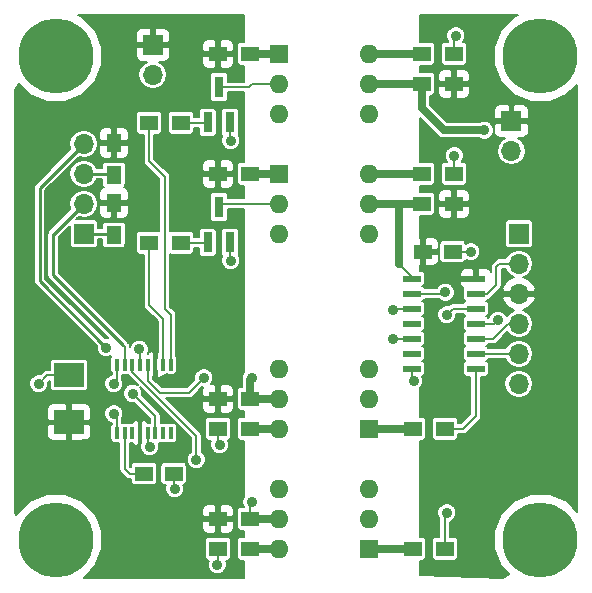
<source format=gbr>
G04 #@! TF.FileFunction,Copper,L1,Top,Signal*
%FSLAX46Y46*%
G04 Gerber Fmt 4.6, Leading zero omitted, Abs format (unit mm)*
G04 Created by KiCad (PCBNEW 4.0.5) date 06/03/17 12:37:47*
%MOMM*%
%LPD*%
G01*
G04 APERTURE LIST*
%ADD10C,0.150000*%
%ADD11R,1.500000X0.600000*%
%ADD12R,1.300000X1.500000*%
%ADD13R,1.500000X1.300000*%
%ADD14C,6.350000*%
%ADD15R,2.500000X2.000000*%
%ADD16R,1.500000X1.250000*%
%ADD17R,1.700000X1.700000*%
%ADD18O,1.700000X1.700000*%
%ADD19R,0.400000X1.000000*%
%ADD20R,1.600000X1.600000*%
%ADD21O,1.600000X1.600000*%
%ADD22R,0.800100X1.800860*%
%ADD23C,0.889000*%
%ADD24C,0.635000*%
%ADD25C,0.203200*%
%ADD26C,0.254000*%
G04 APERTURE END LIST*
D10*
D11*
X34130000Y-22860000D03*
X34130000Y-24130000D03*
X34130000Y-25400000D03*
X34130000Y-26670000D03*
X34130000Y-27940000D03*
X34130000Y-29210000D03*
X34130000Y-30480000D03*
X39530000Y-30480000D03*
X39530000Y-29210000D03*
X39530000Y-27940000D03*
X39530000Y-26670000D03*
X39530000Y-25400000D03*
X39530000Y-24130000D03*
X39530000Y-22860000D03*
D12*
X8890000Y-16430000D03*
X8890000Y-19130000D03*
D13*
X34210000Y-45720000D03*
X36910000Y-45720000D03*
D12*
X8890000Y-11350000D03*
X8890000Y-14050000D03*
D13*
X17700000Y-43180000D03*
X20400000Y-43180000D03*
X34210000Y-35560000D03*
X36910000Y-35560000D03*
X17700000Y-13970000D03*
X20400000Y-13970000D03*
X17700000Y-33020000D03*
X20400000Y-33020000D03*
X37672000Y-16510000D03*
X34972000Y-16510000D03*
D14*
X4000000Y-4000000D03*
X45000000Y-4000000D03*
X4000000Y-45000000D03*
X45000000Y-45000000D03*
D13*
X17700000Y-45720000D03*
X20400000Y-45720000D03*
X37672000Y-13970000D03*
X34972000Y-13970000D03*
X17700000Y-3810000D03*
X20400000Y-3810000D03*
X37672000Y-6350000D03*
X34972000Y-6350000D03*
X17700000Y-35560000D03*
X20400000Y-35560000D03*
X37672000Y-3810000D03*
X34972000Y-3810000D03*
D15*
X5080000Y-35020000D03*
X5080000Y-31020000D03*
D16*
X11450000Y-39370000D03*
X13950000Y-39370000D03*
D17*
X43180000Y-19050000D03*
D18*
X43180000Y-21590000D03*
X43180000Y-24130000D03*
X43180000Y-26670000D03*
X43180000Y-29210000D03*
X43180000Y-31750000D03*
D17*
X6350000Y-19050000D03*
D18*
X6350000Y-16510000D03*
X6350000Y-13970000D03*
X6350000Y-11430000D03*
D19*
X13705000Y-30120000D03*
X13055000Y-30120000D03*
X12405000Y-30120000D03*
X11755000Y-30120000D03*
X11105000Y-30120000D03*
X10455000Y-30120000D03*
X9805000Y-30120000D03*
X9155000Y-30120000D03*
X9155000Y-35920000D03*
X9805000Y-35920000D03*
X10455000Y-35920000D03*
X11105000Y-35920000D03*
X11755000Y-35920000D03*
X12405000Y-35920000D03*
X13055000Y-35920000D03*
X13705000Y-35920000D03*
D20*
X30480000Y-35560000D03*
D21*
X22860000Y-30480000D03*
X30480000Y-33020000D03*
X22860000Y-33020000D03*
X30480000Y-30480000D03*
X22860000Y-35560000D03*
D20*
X22860000Y-3810000D03*
D21*
X30480000Y-8890000D03*
X22860000Y-6350000D03*
X30480000Y-6350000D03*
X22860000Y-8890000D03*
X30480000Y-3810000D03*
D20*
X30480000Y-45720000D03*
D21*
X22860000Y-40640000D03*
X30480000Y-43180000D03*
X22860000Y-43180000D03*
X30480000Y-40640000D03*
X22860000Y-45720000D03*
D20*
X22860000Y-13970000D03*
D21*
X30480000Y-19050000D03*
X22860000Y-16510000D03*
X30480000Y-16510000D03*
X22860000Y-19050000D03*
X30480000Y-13970000D03*
D22*
X16830000Y-19789140D03*
X18730000Y-19789140D03*
X17780000Y-16786860D03*
X16830000Y-9629140D03*
X18730000Y-9629140D03*
X17780000Y-6626860D03*
D16*
X35072000Y-20574000D03*
X37572000Y-20574000D03*
D13*
X14558000Y-9652000D03*
X11858000Y-9652000D03*
X14558000Y-19812000D03*
X11858000Y-19812000D03*
D17*
X12192000Y-3048000D03*
D18*
X12192000Y-5588000D03*
D17*
X42545000Y-9525000D03*
D18*
X42545000Y-12065000D03*
D23*
X6350000Y-36830000D03*
X18796000Y-21336000D03*
X18796000Y-11176000D03*
X17843500Y-36893500D03*
X14033500Y-40640000D03*
X17653000Y-47053500D03*
X11049000Y-28829000D03*
X2540000Y-31750000D03*
X11938000Y-37084000D03*
X8890000Y-34290000D03*
X8890000Y-31750000D03*
X10477500Y-32575500D03*
X8255000Y-28702000D03*
X16510000Y-31242000D03*
X20574000Y-31242000D03*
X41402000Y-26352500D03*
X40259000Y-10287000D03*
X37084000Y-42672000D03*
X37084000Y-25908000D03*
X20574000Y-41783000D03*
X15875000Y-38163500D03*
X32500000Y-28000000D03*
X32500000Y-25500000D03*
X39116000Y-20574000D03*
X34290000Y-31496000D03*
X37846000Y-2286000D03*
X37719000Y-12446000D03*
X36957000Y-24003000D03*
D24*
X30480000Y-13970000D02*
X34972000Y-13970000D01*
D25*
X17634000Y-3876000D02*
X17700000Y-3810000D01*
X17634000Y-14036000D02*
X17700000Y-13970000D01*
X18730000Y-19789140D02*
X18730000Y-21270000D01*
X18730000Y-21270000D02*
X18796000Y-21336000D01*
X18730000Y-9629140D02*
X18730000Y-11110000D01*
X18730000Y-11110000D02*
X18796000Y-11176000D01*
X17700000Y-35560000D02*
X17700000Y-36750000D01*
X17700000Y-36750000D02*
X17843500Y-36893500D01*
X13950000Y-39370000D02*
X13950000Y-40556500D01*
X13950000Y-40556500D02*
X14033500Y-40640000D01*
X17700000Y-45720000D02*
X17700000Y-47006500D01*
X17700000Y-47006500D02*
X17653000Y-47053500D01*
X11105000Y-30120000D02*
X11105000Y-28885000D01*
X11105000Y-28885000D02*
X11049000Y-28829000D01*
X5080000Y-31020000D02*
X3270000Y-31020000D01*
X3270000Y-31020000D02*
X2540000Y-31750000D01*
X11755000Y-36901000D02*
X11938000Y-37084000D01*
X11755000Y-35920000D02*
X11755000Y-36901000D01*
X9805000Y-35920000D02*
X9805000Y-38951500D01*
X10223500Y-39370000D02*
X11450000Y-39370000D01*
X9805000Y-38951500D02*
X10223500Y-39370000D01*
X9155000Y-34555000D02*
X9155000Y-35920000D01*
X8890000Y-34290000D02*
X9155000Y-34555000D01*
X9155000Y-31485000D02*
X9155000Y-30120000D01*
X8890000Y-31750000D02*
X9155000Y-31485000D01*
X8810000Y-19050000D02*
X8890000Y-19130000D01*
D26*
X8810000Y-19050000D02*
X8890000Y-19130000D01*
X6350000Y-19050000D02*
X8810000Y-19050000D01*
D25*
X3746500Y-19113500D02*
X6350000Y-16510000D01*
X9805000Y-30120000D02*
X9805000Y-28601000D01*
X9805000Y-28601000D02*
X9652000Y-28448000D01*
D26*
X3746500Y-19113500D02*
X6350000Y-16510000D01*
X3746500Y-22542500D02*
X3746500Y-19113500D01*
X9652000Y-28448000D02*
X3746500Y-22542500D01*
D25*
X8810000Y-13970000D02*
X8890000Y-14050000D01*
D26*
X8810000Y-13970000D02*
X8890000Y-14050000D01*
X6350000Y-13970000D02*
X8810000Y-13970000D01*
D25*
X12405000Y-34503000D02*
X12405000Y-35920000D01*
X10477500Y-32575500D02*
X12405000Y-34503000D01*
D26*
X2603500Y-23050500D02*
X8255000Y-28702000D01*
X2603500Y-15176500D02*
X2603500Y-23050500D01*
X6350000Y-11430000D02*
X2603500Y-15176500D01*
D25*
X13705000Y-30120000D02*
X13705000Y-25897000D01*
X11858000Y-12874000D02*
X11858000Y-9652000D01*
X13208000Y-14224000D02*
X11858000Y-12874000D01*
X13208000Y-25400000D02*
X13208000Y-14224000D01*
X13705000Y-25897000D02*
X13208000Y-25400000D01*
X13055000Y-30120000D02*
X13055000Y-26263000D01*
X11858000Y-25066000D02*
X11858000Y-19812000D01*
X13055000Y-26263000D02*
X11858000Y-25066000D01*
X39530000Y-30480000D02*
X39530000Y-34470000D01*
X38440000Y-35560000D02*
X36910000Y-35560000D01*
X39530000Y-34470000D02*
X38440000Y-35560000D01*
X11755000Y-30120000D02*
X11755000Y-31500260D01*
X12766740Y-32512000D02*
X15240000Y-32512000D01*
X11755000Y-31500260D02*
X12766740Y-32512000D01*
X15240000Y-32512000D02*
X16510000Y-31242000D01*
X15240000Y-32512000D02*
X16510000Y-31242000D01*
D24*
X20400000Y-33020000D02*
X20400000Y-31416000D01*
X20400000Y-31416000D02*
X20574000Y-31242000D01*
X22860000Y-33020000D02*
X20400000Y-33020000D01*
D25*
X20400000Y-31416000D02*
X20574000Y-31242000D01*
X20510500Y-32909500D02*
X20400000Y-33020000D01*
D26*
X20400000Y-31416000D02*
X20574000Y-31242000D01*
D24*
X40259000Y-10287000D02*
X36830000Y-10287000D01*
X36830000Y-10287000D02*
X34972000Y-8429000D01*
X34972000Y-8429000D02*
X34972000Y-6350000D01*
X30480000Y-6350000D02*
X34972000Y-6350000D01*
D25*
X39530000Y-26670000D02*
X41084500Y-26670000D01*
X41084500Y-26670000D02*
X41402000Y-26352500D01*
X34972000Y-8429000D02*
X34972000Y-6350000D01*
D24*
X22860000Y-45720000D02*
X20400000Y-45720000D01*
D25*
X39530000Y-25400000D02*
X37592000Y-25400000D01*
X36910000Y-42846000D02*
X36910000Y-45720000D01*
X37084000Y-42672000D02*
X36910000Y-42846000D01*
X37592000Y-25400000D02*
X37084000Y-25908000D01*
X10455000Y-30120000D02*
X10455000Y-30775000D01*
X15875000Y-36195000D02*
X15875000Y-38163500D01*
X10455000Y-30775000D02*
X15875000Y-36195000D01*
D24*
X22860000Y-43180000D02*
X20400000Y-43180000D01*
D25*
X20400000Y-43180000D02*
X20400000Y-41957000D01*
X20400000Y-41957000D02*
X20574000Y-41783000D01*
D24*
X33020000Y-16510000D02*
X33020000Y-21590000D01*
X30480000Y-16510000D02*
X34972000Y-16510000D01*
D25*
X34130000Y-22860000D02*
X34130000Y-22700000D01*
X34130000Y-22700000D02*
X33020000Y-21590000D01*
X34972000Y-16510000D02*
X33020000Y-16510000D01*
X33020000Y-16510000D02*
X30480000Y-16510000D01*
X34130000Y-27940000D02*
X32560000Y-27940000D01*
X32560000Y-27940000D02*
X32500000Y-28000000D01*
X34130000Y-25400000D02*
X32600000Y-25400000D01*
X32600000Y-25400000D02*
X32500000Y-25500000D01*
X37572000Y-20574000D02*
X39116000Y-20574000D01*
X34130000Y-30480000D02*
X34130000Y-31336000D01*
X34130000Y-31336000D02*
X34290000Y-31496000D01*
X37672000Y-3810000D02*
X37672000Y-2460000D01*
X37672000Y-2460000D02*
X37846000Y-2286000D01*
X37672000Y-13970000D02*
X37672000Y-12493000D01*
X37672000Y-12493000D02*
X37719000Y-12446000D01*
X39530000Y-24130000D02*
X40513000Y-24130000D01*
X41529000Y-21590000D02*
X43180000Y-21590000D01*
X41275000Y-21844000D02*
X41529000Y-21590000D01*
X41275000Y-23368000D02*
X41275000Y-21844000D01*
X40513000Y-24130000D02*
X41275000Y-23368000D01*
X39530000Y-27940000D02*
X41021000Y-27940000D01*
X42291000Y-26670000D02*
X43180000Y-26670000D01*
X41021000Y-27940000D02*
X42291000Y-26670000D01*
X39530000Y-29210000D02*
X43180000Y-29210000D01*
X34130000Y-24130000D02*
X36830000Y-24130000D01*
X36830000Y-24130000D02*
X36957000Y-24003000D01*
D24*
X22860000Y-3810000D02*
X20400000Y-3810000D01*
X22860000Y-13970000D02*
X20400000Y-13970000D01*
X22860000Y-35560000D02*
X20400000Y-35560000D01*
X30480000Y-3810000D02*
X34972000Y-3810000D01*
X30480000Y-35560000D02*
X34210000Y-35560000D01*
X30480000Y-45720000D02*
X34210000Y-45720000D01*
D25*
X14558000Y-9652000D02*
X16807140Y-9652000D01*
X16807140Y-9652000D02*
X16830000Y-9629140D01*
X17780000Y-6626860D02*
X20297140Y-6626860D01*
X20574000Y-6350000D02*
X22860000Y-6350000D01*
X20297140Y-6626860D02*
X20574000Y-6350000D01*
X14558000Y-19812000D02*
X16807140Y-19812000D01*
X16807140Y-19812000D02*
X16830000Y-19789140D01*
X22860000Y-16510000D02*
X18056860Y-16510000D01*
X18056860Y-16510000D02*
X17780000Y-16786860D01*
G36*
X19904400Y-2797434D02*
X19650000Y-2797434D01*
X19518223Y-2822230D01*
X19397193Y-2900110D01*
X19315999Y-3018942D01*
X19287434Y-3160000D01*
X19287434Y-4460000D01*
X19312230Y-4591777D01*
X19390110Y-4712807D01*
X19508942Y-4794001D01*
X19650000Y-4822566D01*
X19904400Y-4822566D01*
X19904400Y-6169660D01*
X18542616Y-6169660D01*
X18542616Y-5726430D01*
X18517820Y-5594653D01*
X18439940Y-5473623D01*
X18321108Y-5392429D01*
X18180050Y-5363864D01*
X17379950Y-5363864D01*
X17248173Y-5388660D01*
X17127143Y-5466540D01*
X17045949Y-5585372D01*
X17017384Y-5726430D01*
X17017384Y-7527290D01*
X17042180Y-7659067D01*
X17120060Y-7780097D01*
X17238892Y-7861291D01*
X17379950Y-7889856D01*
X18180050Y-7889856D01*
X18311827Y-7865060D01*
X18432857Y-7787180D01*
X18514051Y-7668348D01*
X18542616Y-7527290D01*
X18542616Y-7084060D01*
X19904400Y-7084060D01*
X19904400Y-12957434D01*
X19650000Y-12957434D01*
X19518223Y-12982230D01*
X19397193Y-13060110D01*
X19315999Y-13178942D01*
X19287434Y-13320000D01*
X19287434Y-14620000D01*
X19312230Y-14751777D01*
X19390110Y-14872807D01*
X19508942Y-14954001D01*
X19650000Y-14982566D01*
X19904400Y-14982566D01*
X19904400Y-16052800D01*
X18542616Y-16052800D01*
X18542616Y-15886430D01*
X18517820Y-15754653D01*
X18439940Y-15633623D01*
X18321108Y-15552429D01*
X18180050Y-15523864D01*
X17379950Y-15523864D01*
X17248173Y-15548660D01*
X17127143Y-15626540D01*
X17045949Y-15745372D01*
X17017384Y-15886430D01*
X17017384Y-17687290D01*
X17042180Y-17819067D01*
X17120060Y-17940097D01*
X17238892Y-18021291D01*
X17379950Y-18049856D01*
X18180050Y-18049856D01*
X18311827Y-18025060D01*
X18432857Y-17947180D01*
X18514051Y-17828348D01*
X18542616Y-17687290D01*
X18542616Y-16967200D01*
X19904400Y-16967200D01*
X19904400Y-30779906D01*
X19896104Y-30788188D01*
X19774039Y-31082152D01*
X19773954Y-31179445D01*
X19726899Y-31416000D01*
X19726900Y-31416005D01*
X19726900Y-32007434D01*
X19650000Y-32007434D01*
X19518223Y-32032230D01*
X19397193Y-32110110D01*
X19315999Y-32228942D01*
X19287434Y-32370000D01*
X19287434Y-33670000D01*
X19312230Y-33801777D01*
X19390110Y-33922807D01*
X19508942Y-34004001D01*
X19650000Y-34032566D01*
X19904400Y-34032566D01*
X19904400Y-34547434D01*
X19650000Y-34547434D01*
X19518223Y-34572230D01*
X19397193Y-34650110D01*
X19315999Y-34768942D01*
X19287434Y-34910000D01*
X19287434Y-36210000D01*
X19312230Y-36341777D01*
X19390110Y-36462807D01*
X19508942Y-36544001D01*
X19650000Y-36572566D01*
X19904400Y-36572566D01*
X19904400Y-41320906D01*
X19896104Y-41329188D01*
X19774039Y-41623152D01*
X19773761Y-41941452D01*
X19867136Y-42167434D01*
X19650000Y-42167434D01*
X19518223Y-42192230D01*
X19397193Y-42270110D01*
X19315999Y-42388942D01*
X19287434Y-42530000D01*
X19287434Y-43830000D01*
X19312230Y-43961777D01*
X19390110Y-44082807D01*
X19508942Y-44164001D01*
X19650000Y-44192566D01*
X19904400Y-44192566D01*
X19904400Y-44707434D01*
X19650000Y-44707434D01*
X19518223Y-44732230D01*
X19397193Y-44810110D01*
X19315999Y-44928942D01*
X19287434Y-45070000D01*
X19287434Y-46370000D01*
X19312230Y-46501777D01*
X19390110Y-46622807D01*
X19508942Y-46704001D01*
X19650000Y-46732566D01*
X19904400Y-46732566D01*
X19904400Y-48168400D01*
X6362737Y-48168400D01*
X7314160Y-47218637D01*
X7910920Y-45781479D01*
X7911540Y-45070000D01*
X16587434Y-45070000D01*
X16587434Y-46370000D01*
X16612230Y-46501777D01*
X16690110Y-46622807D01*
X16808942Y-46704001D01*
X16922261Y-46726949D01*
X16853039Y-46893652D01*
X16852761Y-47211952D01*
X16974313Y-47506128D01*
X17199188Y-47731396D01*
X17493152Y-47853461D01*
X17811452Y-47853739D01*
X18105628Y-47732187D01*
X18330896Y-47507312D01*
X18452961Y-47213348D01*
X18453239Y-46895048D01*
X18386102Y-46732566D01*
X18450000Y-46732566D01*
X18581777Y-46707770D01*
X18702807Y-46629890D01*
X18784001Y-46511058D01*
X18812566Y-46370000D01*
X18812566Y-45070000D01*
X18787770Y-44938223D01*
X18709890Y-44817193D01*
X18591058Y-44735999D01*
X18450000Y-44707434D01*
X16950000Y-44707434D01*
X16818223Y-44732230D01*
X16697193Y-44810110D01*
X16615999Y-44928942D01*
X16587434Y-45070000D01*
X7911540Y-45070000D01*
X7912278Y-44225348D01*
X7606290Y-43484800D01*
X16340400Y-43484800D01*
X16340400Y-43951257D01*
X16433206Y-44175311D01*
X16604689Y-44346794D01*
X16828743Y-44439600D01*
X17395200Y-44439600D01*
X17547600Y-44287200D01*
X17547600Y-43332400D01*
X17852400Y-43332400D01*
X17852400Y-44287200D01*
X18004800Y-44439600D01*
X18571257Y-44439600D01*
X18795311Y-44346794D01*
X18966794Y-44175311D01*
X19059600Y-43951257D01*
X19059600Y-43484800D01*
X18907200Y-43332400D01*
X17852400Y-43332400D01*
X17547600Y-43332400D01*
X16492800Y-43332400D01*
X16340400Y-43484800D01*
X7606290Y-43484800D01*
X7318027Y-42787151D01*
X6940280Y-42408743D01*
X16340400Y-42408743D01*
X16340400Y-42875200D01*
X16492800Y-43027600D01*
X17547600Y-43027600D01*
X17547600Y-42072800D01*
X17852400Y-42072800D01*
X17852400Y-43027600D01*
X18907200Y-43027600D01*
X19059600Y-42875200D01*
X19059600Y-42408743D01*
X18966794Y-42184689D01*
X18795311Y-42013206D01*
X18571257Y-41920400D01*
X18004800Y-41920400D01*
X17852400Y-42072800D01*
X17547600Y-42072800D01*
X17395200Y-41920400D01*
X16828743Y-41920400D01*
X16604689Y-42013206D01*
X16433206Y-42184689D01*
X16340400Y-42408743D01*
X6940280Y-42408743D01*
X6218637Y-41685840D01*
X4781479Y-41089080D01*
X3225348Y-41087722D01*
X1787151Y-41681973D01*
X685840Y-42781363D01*
X640630Y-42890242D01*
X546100Y-42732692D01*
X546100Y-35324800D01*
X3220400Y-35324800D01*
X3220400Y-36141257D01*
X3313206Y-36365311D01*
X3484689Y-36536794D01*
X3708743Y-36629600D01*
X4775200Y-36629600D01*
X4927600Y-36477200D01*
X4927600Y-35172400D01*
X5232400Y-35172400D01*
X5232400Y-36477200D01*
X5384800Y-36629600D01*
X6451257Y-36629600D01*
X6675311Y-36536794D01*
X6846794Y-36365311D01*
X6939600Y-36141257D01*
X6939600Y-35324800D01*
X6787200Y-35172400D01*
X5232400Y-35172400D01*
X4927600Y-35172400D01*
X3372800Y-35172400D01*
X3220400Y-35324800D01*
X546100Y-35324800D01*
X546100Y-33898743D01*
X3220400Y-33898743D01*
X3220400Y-34715200D01*
X3372800Y-34867600D01*
X4927600Y-34867600D01*
X4927600Y-33562800D01*
X5232400Y-33562800D01*
X5232400Y-34867600D01*
X6787200Y-34867600D01*
X6939600Y-34715200D01*
X6939600Y-34448452D01*
X8089761Y-34448452D01*
X8211313Y-34742628D01*
X8436188Y-34967896D01*
X8697800Y-35076527D01*
X8697800Y-35166539D01*
X8620999Y-35278942D01*
X8592434Y-35420000D01*
X8592434Y-36420000D01*
X8617230Y-36551777D01*
X8695110Y-36672807D01*
X8813942Y-36754001D01*
X8955000Y-36782566D01*
X9347800Y-36782566D01*
X9347800Y-38951500D01*
X9382602Y-39126463D01*
X9481711Y-39274789D01*
X9900211Y-39693289D01*
X10048537Y-39792398D01*
X10223500Y-39827200D01*
X10337434Y-39827200D01*
X10337434Y-39995000D01*
X10362230Y-40126777D01*
X10440110Y-40247807D01*
X10558942Y-40329001D01*
X10700000Y-40357566D01*
X12200000Y-40357566D01*
X12331777Y-40332770D01*
X12452807Y-40254890D01*
X12534001Y-40136058D01*
X12562566Y-39995000D01*
X12562566Y-38745000D01*
X12837434Y-38745000D01*
X12837434Y-39995000D01*
X12862230Y-40126777D01*
X12940110Y-40247807D01*
X13058942Y-40329001D01*
X13200000Y-40357566D01*
X13284441Y-40357566D01*
X13233539Y-40480152D01*
X13233261Y-40798452D01*
X13354813Y-41092628D01*
X13579688Y-41317896D01*
X13873652Y-41439961D01*
X14191952Y-41440239D01*
X14486128Y-41318687D01*
X14711396Y-41093812D01*
X14833461Y-40799848D01*
X14833739Y-40481548D01*
X14776558Y-40343160D01*
X14831777Y-40332770D01*
X14952807Y-40254890D01*
X15034001Y-40136058D01*
X15062566Y-39995000D01*
X15062566Y-38745000D01*
X15037770Y-38613223D01*
X14959890Y-38492193D01*
X14841058Y-38410999D01*
X14700000Y-38382434D01*
X13200000Y-38382434D01*
X13068223Y-38407230D01*
X12947193Y-38485110D01*
X12865999Y-38603942D01*
X12837434Y-38745000D01*
X12562566Y-38745000D01*
X12537770Y-38613223D01*
X12459890Y-38492193D01*
X12341058Y-38410999D01*
X12200000Y-38382434D01*
X10700000Y-38382434D01*
X10568223Y-38407230D01*
X10447193Y-38485110D01*
X10365999Y-38603942D01*
X10337434Y-38745000D01*
X10337434Y-38837356D01*
X10262200Y-38762122D01*
X10262200Y-36782566D01*
X10405461Y-36782566D01*
X10559689Y-36936794D01*
X10783743Y-37029600D01*
X10852600Y-37029600D01*
X11005000Y-36877200D01*
X11005000Y-36482053D01*
X11017566Y-36420000D01*
X11017566Y-35420000D01*
X11005000Y-35353219D01*
X11005000Y-34962800D01*
X10852600Y-34810400D01*
X10783743Y-34810400D01*
X10559689Y-34903206D01*
X10405461Y-35057434D01*
X10255000Y-35057434D01*
X10125412Y-35081818D01*
X10005000Y-35057434D01*
X9612200Y-35057434D01*
X9612200Y-34637117D01*
X9689961Y-34449848D01*
X9690239Y-34131548D01*
X9568687Y-33837372D01*
X9343812Y-33612104D01*
X9049848Y-33490039D01*
X8731548Y-33489761D01*
X8437372Y-33611313D01*
X8212104Y-33836188D01*
X8090039Y-34130152D01*
X8089761Y-34448452D01*
X6939600Y-34448452D01*
X6939600Y-33898743D01*
X6846794Y-33674689D01*
X6675311Y-33503206D01*
X6451257Y-33410400D01*
X5384800Y-33410400D01*
X5232400Y-33562800D01*
X4927600Y-33562800D01*
X4775200Y-33410400D01*
X3708743Y-33410400D01*
X3484689Y-33503206D01*
X3313206Y-33674689D01*
X3220400Y-33898743D01*
X546100Y-33898743D01*
X546100Y-31908452D01*
X1739761Y-31908452D01*
X1861313Y-32202628D01*
X2086188Y-32427896D01*
X2380152Y-32549961D01*
X2698452Y-32550239D01*
X2992628Y-32428687D01*
X3217896Y-32203812D01*
X3339961Y-31909848D01*
X3340235Y-31596343D01*
X3459378Y-31477200D01*
X3467434Y-31477200D01*
X3467434Y-32020000D01*
X3492230Y-32151777D01*
X3570110Y-32272807D01*
X3688942Y-32354001D01*
X3830000Y-32382566D01*
X6330000Y-32382566D01*
X6461777Y-32357770D01*
X6582807Y-32279890D01*
X6664001Y-32161058D01*
X6692566Y-32020000D01*
X6692566Y-30020000D01*
X6667770Y-29888223D01*
X6589890Y-29767193D01*
X6471058Y-29685999D01*
X6330000Y-29657434D01*
X3830000Y-29657434D01*
X3698223Y-29682230D01*
X3577193Y-29760110D01*
X3495999Y-29878942D01*
X3467434Y-30020000D01*
X3467434Y-30562800D01*
X3270000Y-30562800D01*
X3095037Y-30597602D01*
X2946711Y-30696711D01*
X2693389Y-30950033D01*
X2381548Y-30949761D01*
X2087372Y-31071313D01*
X1862104Y-31296188D01*
X1740039Y-31590152D01*
X1739761Y-31908452D01*
X546100Y-31908452D01*
X546100Y-15176500D01*
X2120900Y-15176500D01*
X2120900Y-23050500D01*
X2157636Y-23235183D01*
X2262250Y-23391750D01*
X7455002Y-28584502D01*
X7454761Y-28860452D01*
X7576313Y-29154628D01*
X7801188Y-29379896D01*
X8095152Y-29501961D01*
X8413452Y-29502239D01*
X8680465Y-29391911D01*
X8620999Y-29478942D01*
X8592434Y-29620000D01*
X8592434Y-30620000D01*
X8617230Y-30751777D01*
X8695110Y-30872807D01*
X8697800Y-30874645D01*
X8697800Y-30963705D01*
X8437372Y-31071313D01*
X8212104Y-31296188D01*
X8090039Y-31590152D01*
X8089761Y-31908452D01*
X8211313Y-32202628D01*
X8436188Y-32427896D01*
X8730152Y-32549961D01*
X9048452Y-32550239D01*
X9342628Y-32428687D01*
X9567896Y-32203812D01*
X9689961Y-31909848D01*
X9690239Y-31591548D01*
X9612200Y-31402681D01*
X9612200Y-30982566D01*
X10005000Y-30982566D01*
X10048871Y-30974311D01*
X10131711Y-31098289D01*
X10930823Y-31897401D01*
X10637348Y-31775539D01*
X10319048Y-31775261D01*
X10024872Y-31896813D01*
X9799604Y-32121688D01*
X9677539Y-32415652D01*
X9677261Y-32733952D01*
X9798813Y-33028128D01*
X10023688Y-33253396D01*
X10317652Y-33375461D01*
X10631157Y-33375735D01*
X11947800Y-34692378D01*
X11947800Y-35057434D01*
X11804539Y-35057434D01*
X11650311Y-34903206D01*
X11426257Y-34810400D01*
X11357400Y-34810400D01*
X11205000Y-34962800D01*
X11205000Y-35357947D01*
X11192434Y-35420000D01*
X11192434Y-36420000D01*
X11205000Y-36486781D01*
X11205000Y-36762893D01*
X11138039Y-36924152D01*
X11137761Y-37242452D01*
X11259313Y-37536628D01*
X11484188Y-37761896D01*
X11778152Y-37883961D01*
X12096452Y-37884239D01*
X12390628Y-37762687D01*
X12615896Y-37537812D01*
X12737961Y-37243848D01*
X12738239Y-36925548D01*
X12673810Y-36769618D01*
X12734588Y-36758182D01*
X12855000Y-36782566D01*
X13255000Y-36782566D01*
X13384588Y-36758182D01*
X13505000Y-36782566D01*
X13905000Y-36782566D01*
X14036777Y-36757770D01*
X14157807Y-36679890D01*
X14239001Y-36561058D01*
X14267566Y-36420000D01*
X14267566Y-35420000D01*
X14242770Y-35288223D01*
X14164890Y-35167193D01*
X14046058Y-35085999D01*
X13905000Y-35057434D01*
X13505000Y-35057434D01*
X13375412Y-35081818D01*
X13255000Y-35057434D01*
X12862200Y-35057434D01*
X12862200Y-34503000D01*
X12827398Y-34328037D01*
X12728289Y-34179711D01*
X11277467Y-32728889D01*
X11277739Y-32417048D01*
X11156187Y-32122872D01*
X11095063Y-32061641D01*
X15417800Y-36384379D01*
X15417800Y-37489377D01*
X15197104Y-37709688D01*
X15075039Y-38003652D01*
X15074761Y-38321952D01*
X15196313Y-38616128D01*
X15421188Y-38841396D01*
X15715152Y-38963461D01*
X16033452Y-38963739D01*
X16327628Y-38842187D01*
X16552896Y-38617312D01*
X16674961Y-38323348D01*
X16675239Y-38005048D01*
X16553687Y-37710872D01*
X16332200Y-37488998D01*
X16332200Y-36195000D01*
X16297398Y-36020037D01*
X16198290Y-35871711D01*
X15236579Y-34910000D01*
X16587434Y-34910000D01*
X16587434Y-36210000D01*
X16612230Y-36341777D01*
X16690110Y-36462807D01*
X16808942Y-36544001D01*
X16950000Y-36572566D01*
X17110428Y-36572566D01*
X17043539Y-36733652D01*
X17043261Y-37051952D01*
X17164813Y-37346128D01*
X17389688Y-37571396D01*
X17683652Y-37693461D01*
X18001952Y-37693739D01*
X18296128Y-37572187D01*
X18521396Y-37347312D01*
X18643461Y-37053348D01*
X18643739Y-36735048D01*
X18567469Y-36550462D01*
X18581777Y-36547770D01*
X18702807Y-36469890D01*
X18784001Y-36351058D01*
X18812566Y-36210000D01*
X18812566Y-34910000D01*
X18787770Y-34778223D01*
X18709890Y-34657193D01*
X18591058Y-34575999D01*
X18450000Y-34547434D01*
X16950000Y-34547434D01*
X16818223Y-34572230D01*
X16697193Y-34650110D01*
X16615999Y-34768942D01*
X16587434Y-34910000D01*
X15236579Y-34910000D01*
X13651379Y-33324800D01*
X16340400Y-33324800D01*
X16340400Y-33791257D01*
X16433206Y-34015311D01*
X16604689Y-34186794D01*
X16828743Y-34279600D01*
X17395200Y-34279600D01*
X17547600Y-34127200D01*
X17547600Y-33172400D01*
X17852400Y-33172400D01*
X17852400Y-34127200D01*
X18004800Y-34279600D01*
X18571257Y-34279600D01*
X18795311Y-34186794D01*
X18966794Y-34015311D01*
X19059600Y-33791257D01*
X19059600Y-33324800D01*
X18907200Y-33172400D01*
X17852400Y-33172400D01*
X17547600Y-33172400D01*
X16492800Y-33172400D01*
X16340400Y-33324800D01*
X13651379Y-33324800D01*
X13295778Y-32969200D01*
X15240000Y-32969200D01*
X15414963Y-32934398D01*
X15563289Y-32835289D01*
X16356611Y-32041967D01*
X16426024Y-32042027D01*
X16340400Y-32248743D01*
X16340400Y-32715200D01*
X16492800Y-32867600D01*
X17547600Y-32867600D01*
X17547600Y-31912800D01*
X17852400Y-31912800D01*
X17852400Y-32867600D01*
X18907200Y-32867600D01*
X19059600Y-32715200D01*
X19059600Y-32248743D01*
X18966794Y-32024689D01*
X18795311Y-31853206D01*
X18571257Y-31760400D01*
X18004800Y-31760400D01*
X17852400Y-31912800D01*
X17547600Y-31912800D01*
X17395200Y-31760400D01*
X17123195Y-31760400D01*
X17187896Y-31695812D01*
X17309961Y-31401848D01*
X17310239Y-31083548D01*
X17188687Y-30789372D01*
X16963812Y-30564104D01*
X16669848Y-30442039D01*
X16351548Y-30441761D01*
X16057372Y-30563313D01*
X15832104Y-30788188D01*
X15710039Y-31082152D01*
X15709765Y-31395657D01*
X15050622Y-32054800D01*
X12956119Y-32054800D01*
X12212200Y-31310882D01*
X12212200Y-31170000D01*
X12305000Y-31077200D01*
X12305000Y-30682053D01*
X12317566Y-30620000D01*
X12317566Y-29620000D01*
X12305000Y-29553219D01*
X12305000Y-29162800D01*
X12152600Y-29010400D01*
X12083743Y-29010400D01*
X11859689Y-29103206D01*
X11760138Y-29202757D01*
X11848961Y-28988848D01*
X11849239Y-28670548D01*
X11727687Y-28376372D01*
X11502812Y-28151104D01*
X11208848Y-28029039D01*
X10890548Y-28028761D01*
X10596372Y-28150313D01*
X10371104Y-28375188D01*
X10262200Y-28637457D01*
X10262200Y-28601000D01*
X10227398Y-28426037D01*
X10128289Y-28277711D01*
X10065584Y-28215006D01*
X9993250Y-28106750D01*
X4229100Y-22342600D01*
X4229100Y-19313400D01*
X5137434Y-18405066D01*
X5137434Y-19900000D01*
X5162230Y-20031777D01*
X5240110Y-20152807D01*
X5358942Y-20234001D01*
X5500000Y-20262566D01*
X7200000Y-20262566D01*
X7331777Y-20237770D01*
X7452807Y-20159890D01*
X7534001Y-20041058D01*
X7562566Y-19900000D01*
X7562566Y-19532600D01*
X7877434Y-19532600D01*
X7877434Y-19880000D01*
X7902230Y-20011777D01*
X7980110Y-20132807D01*
X8098942Y-20214001D01*
X8240000Y-20242566D01*
X9540000Y-20242566D01*
X9671777Y-20217770D01*
X9792807Y-20139890D01*
X9874001Y-20021058D01*
X9902566Y-19880000D01*
X9902566Y-18380000D01*
X9877770Y-18248223D01*
X9799890Y-18127193D01*
X9681058Y-18045999D01*
X9540000Y-18017434D01*
X8240000Y-18017434D01*
X8108223Y-18042230D01*
X7987193Y-18120110D01*
X7905999Y-18238942D01*
X7877434Y-18380000D01*
X7877434Y-18567400D01*
X7562566Y-18567400D01*
X7562566Y-18200000D01*
X7537770Y-18068223D01*
X7459890Y-17947193D01*
X7341058Y-17865999D01*
X7200000Y-17837434D01*
X5705066Y-17837434D01*
X5909769Y-17632731D01*
X6326381Y-17715600D01*
X6373619Y-17715600D01*
X6834982Y-17623829D01*
X7226107Y-17362488D01*
X7487448Y-16971363D01*
X7534503Y-16734800D01*
X7630400Y-16734800D01*
X7630400Y-17301257D01*
X7723206Y-17525311D01*
X7894689Y-17696794D01*
X8118743Y-17789600D01*
X8585200Y-17789600D01*
X8737600Y-17637200D01*
X8737600Y-16582400D01*
X9042400Y-16582400D01*
X9042400Y-17637200D01*
X9194800Y-17789600D01*
X9661257Y-17789600D01*
X9885311Y-17696794D01*
X10056794Y-17525311D01*
X10149600Y-17301257D01*
X10149600Y-16734800D01*
X9997200Y-16582400D01*
X9042400Y-16582400D01*
X8737600Y-16582400D01*
X7782800Y-16582400D01*
X7630400Y-16734800D01*
X7534503Y-16734800D01*
X7579219Y-16510000D01*
X7487448Y-16048637D01*
X7226107Y-15657512D01*
X6834982Y-15396171D01*
X6373619Y-15304400D01*
X6326381Y-15304400D01*
X5865018Y-15396171D01*
X5473893Y-15657512D01*
X5212552Y-16048637D01*
X5120781Y-16510000D01*
X5211488Y-16966012D01*
X3405250Y-18772250D01*
X3300636Y-18928817D01*
X3263900Y-19113500D01*
X3263900Y-22542500D01*
X3300636Y-22727183D01*
X3405250Y-22883750D01*
X8429710Y-27908210D01*
X8414848Y-27902039D01*
X8137297Y-27901797D01*
X3086100Y-22850600D01*
X3086100Y-15376400D01*
X4492500Y-13970000D01*
X5120781Y-13970000D01*
X5212552Y-14431363D01*
X5473893Y-14822488D01*
X5865018Y-15083829D01*
X6326381Y-15175600D01*
X6373619Y-15175600D01*
X6834982Y-15083829D01*
X7226107Y-14822488D01*
X7473258Y-14452600D01*
X7877434Y-14452600D01*
X7877434Y-14800000D01*
X7902230Y-14931777D01*
X7980110Y-15052807D01*
X8048463Y-15099511D01*
X7894689Y-15163206D01*
X7723206Y-15334689D01*
X7630400Y-15558743D01*
X7630400Y-16125200D01*
X7782800Y-16277600D01*
X8737600Y-16277600D01*
X8737600Y-16257600D01*
X9042400Y-16257600D01*
X9042400Y-16277600D01*
X9997200Y-16277600D01*
X10149600Y-16125200D01*
X10149600Y-15558743D01*
X10056794Y-15334689D01*
X9885311Y-15163206D01*
X9731353Y-15099434D01*
X9792807Y-15059890D01*
X9874001Y-14941058D01*
X9902566Y-14800000D01*
X9902566Y-13300000D01*
X9877770Y-13168223D01*
X9799890Y-13047193D01*
X9681058Y-12965999D01*
X9540000Y-12937434D01*
X8240000Y-12937434D01*
X8108223Y-12962230D01*
X7987193Y-13040110D01*
X7905999Y-13158942D01*
X7877434Y-13300000D01*
X7877434Y-13487400D01*
X7473258Y-13487400D01*
X7226107Y-13117512D01*
X6834982Y-12856171D01*
X6373619Y-12764400D01*
X6326381Y-12764400D01*
X5865018Y-12856171D01*
X5473893Y-13117512D01*
X5212552Y-13508637D01*
X5120781Y-13970000D01*
X4492500Y-13970000D01*
X5909769Y-12552731D01*
X6326381Y-12635600D01*
X6373619Y-12635600D01*
X6834982Y-12543829D01*
X7226107Y-12282488D01*
X7487448Y-11891363D01*
X7534503Y-11654800D01*
X7630400Y-11654800D01*
X7630400Y-12221257D01*
X7723206Y-12445311D01*
X7894689Y-12616794D01*
X8118743Y-12709600D01*
X8585200Y-12709600D01*
X8737600Y-12557200D01*
X8737600Y-11502400D01*
X9042400Y-11502400D01*
X9042400Y-12557200D01*
X9194800Y-12709600D01*
X9661257Y-12709600D01*
X9885311Y-12616794D01*
X10056794Y-12445311D01*
X10149600Y-12221257D01*
X10149600Y-11654800D01*
X9997200Y-11502400D01*
X9042400Y-11502400D01*
X8737600Y-11502400D01*
X7782800Y-11502400D01*
X7630400Y-11654800D01*
X7534503Y-11654800D01*
X7579219Y-11430000D01*
X7487448Y-10968637D01*
X7226107Y-10577512D01*
X7078289Y-10478743D01*
X7630400Y-10478743D01*
X7630400Y-11045200D01*
X7782800Y-11197600D01*
X8737600Y-11197600D01*
X8737600Y-10142800D01*
X9042400Y-10142800D01*
X9042400Y-11197600D01*
X9997200Y-11197600D01*
X10149600Y-11045200D01*
X10149600Y-10478743D01*
X10056794Y-10254689D01*
X9885311Y-10083206D01*
X9661257Y-9990400D01*
X9194800Y-9990400D01*
X9042400Y-10142800D01*
X8737600Y-10142800D01*
X8585200Y-9990400D01*
X8118743Y-9990400D01*
X7894689Y-10083206D01*
X7723206Y-10254689D01*
X7630400Y-10478743D01*
X7078289Y-10478743D01*
X6834982Y-10316171D01*
X6373619Y-10224400D01*
X6326381Y-10224400D01*
X5865018Y-10316171D01*
X5473893Y-10577512D01*
X5212552Y-10968637D01*
X5120781Y-11430000D01*
X5211488Y-11886012D01*
X2262250Y-14835250D01*
X2157636Y-14991817D01*
X2120900Y-15176500D01*
X546100Y-15176500D01*
X546100Y-9002000D01*
X10745434Y-9002000D01*
X10745434Y-10302000D01*
X10770230Y-10433777D01*
X10848110Y-10554807D01*
X10966942Y-10636001D01*
X11108000Y-10664566D01*
X11400800Y-10664566D01*
X11400800Y-12874000D01*
X11435602Y-13048963D01*
X11534711Y-13197289D01*
X12750800Y-14413378D01*
X12750800Y-18829189D01*
X12749058Y-18827999D01*
X12608000Y-18799434D01*
X11108000Y-18799434D01*
X10976223Y-18824230D01*
X10855193Y-18902110D01*
X10773999Y-19020942D01*
X10745434Y-19162000D01*
X10745434Y-20462000D01*
X10770230Y-20593777D01*
X10848110Y-20714807D01*
X10966942Y-20796001D01*
X11108000Y-20824566D01*
X11400800Y-20824566D01*
X11400800Y-25066000D01*
X11435602Y-25240963D01*
X11534711Y-25389289D01*
X12597800Y-26452378D01*
X12597800Y-29070000D01*
X12505000Y-29162800D01*
X12505000Y-29557947D01*
X12492434Y-29620000D01*
X12492434Y-30620000D01*
X12505000Y-30686781D01*
X12505000Y-31077200D01*
X12657400Y-31229600D01*
X12726257Y-31229600D01*
X12950311Y-31136794D01*
X13104539Y-30982566D01*
X13255000Y-30982566D01*
X13384588Y-30958182D01*
X13505000Y-30982566D01*
X13905000Y-30982566D01*
X14036777Y-30957770D01*
X14157807Y-30879890D01*
X14239001Y-30761058D01*
X14267566Y-30620000D01*
X14267566Y-29620000D01*
X14242770Y-29488223D01*
X14164890Y-29367193D01*
X14162200Y-29365355D01*
X14162200Y-25897000D01*
X14127398Y-25722037D01*
X14028289Y-25573711D01*
X13665200Y-25210622D01*
X13665200Y-20794811D01*
X13666942Y-20796001D01*
X13808000Y-20824566D01*
X15308000Y-20824566D01*
X15439777Y-20799770D01*
X15560807Y-20721890D01*
X15642001Y-20603058D01*
X15670566Y-20462000D01*
X15670566Y-20269200D01*
X16067384Y-20269200D01*
X16067384Y-20689570D01*
X16092180Y-20821347D01*
X16170060Y-20942377D01*
X16288892Y-21023571D01*
X16429950Y-21052136D01*
X17230050Y-21052136D01*
X17361827Y-21027340D01*
X17482857Y-20949460D01*
X17564051Y-20830628D01*
X17592616Y-20689570D01*
X17592616Y-18888710D01*
X17967384Y-18888710D01*
X17967384Y-20689570D01*
X17992180Y-20821347D01*
X18070060Y-20942377D01*
X18088017Y-20954646D01*
X17996039Y-21176152D01*
X17995761Y-21494452D01*
X18117313Y-21788628D01*
X18342188Y-22013896D01*
X18636152Y-22135961D01*
X18954452Y-22136239D01*
X19248628Y-22014687D01*
X19473896Y-21789812D01*
X19595961Y-21495848D01*
X19596239Y-21177548D01*
X19474687Y-20883372D01*
X19446978Y-20855615D01*
X19464051Y-20830628D01*
X19492616Y-20689570D01*
X19492616Y-18888710D01*
X19467820Y-18756933D01*
X19389940Y-18635903D01*
X19271108Y-18554709D01*
X19130050Y-18526144D01*
X18329950Y-18526144D01*
X18198173Y-18550940D01*
X18077143Y-18628820D01*
X17995949Y-18747652D01*
X17967384Y-18888710D01*
X17592616Y-18888710D01*
X17567820Y-18756933D01*
X17489940Y-18635903D01*
X17371108Y-18554709D01*
X17230050Y-18526144D01*
X16429950Y-18526144D01*
X16298173Y-18550940D01*
X16177143Y-18628820D01*
X16095949Y-18747652D01*
X16067384Y-18888710D01*
X16067384Y-19354800D01*
X15670566Y-19354800D01*
X15670566Y-19162000D01*
X15645770Y-19030223D01*
X15567890Y-18909193D01*
X15449058Y-18827999D01*
X15308000Y-18799434D01*
X13808000Y-18799434D01*
X13676223Y-18824230D01*
X13665200Y-18831323D01*
X13665200Y-14274800D01*
X16340400Y-14274800D01*
X16340400Y-14741257D01*
X16433206Y-14965311D01*
X16604689Y-15136794D01*
X16828743Y-15229600D01*
X17395200Y-15229600D01*
X17547600Y-15077200D01*
X17547600Y-14122400D01*
X17852400Y-14122400D01*
X17852400Y-15077200D01*
X18004800Y-15229600D01*
X18571257Y-15229600D01*
X18795311Y-15136794D01*
X18966794Y-14965311D01*
X19059600Y-14741257D01*
X19059600Y-14274800D01*
X18907200Y-14122400D01*
X17852400Y-14122400D01*
X17547600Y-14122400D01*
X16492800Y-14122400D01*
X16340400Y-14274800D01*
X13665200Y-14274800D01*
X13665200Y-14224000D01*
X13630398Y-14049037D01*
X13531289Y-13900711D01*
X12829321Y-13198743D01*
X16340400Y-13198743D01*
X16340400Y-13665200D01*
X16492800Y-13817600D01*
X17547600Y-13817600D01*
X17547600Y-12862800D01*
X17852400Y-12862800D01*
X17852400Y-13817600D01*
X18907200Y-13817600D01*
X19059600Y-13665200D01*
X19059600Y-13198743D01*
X18966794Y-12974689D01*
X18795311Y-12803206D01*
X18571257Y-12710400D01*
X18004800Y-12710400D01*
X17852400Y-12862800D01*
X17547600Y-12862800D01*
X17395200Y-12710400D01*
X16828743Y-12710400D01*
X16604689Y-12803206D01*
X16433206Y-12974689D01*
X16340400Y-13198743D01*
X12829321Y-13198743D01*
X12315200Y-12684622D01*
X12315200Y-10664566D01*
X12608000Y-10664566D01*
X12739777Y-10639770D01*
X12860807Y-10561890D01*
X12942001Y-10443058D01*
X12970566Y-10302000D01*
X12970566Y-9002000D01*
X13445434Y-9002000D01*
X13445434Y-10302000D01*
X13470230Y-10433777D01*
X13548110Y-10554807D01*
X13666942Y-10636001D01*
X13808000Y-10664566D01*
X15308000Y-10664566D01*
X15439777Y-10639770D01*
X15560807Y-10561890D01*
X15642001Y-10443058D01*
X15670566Y-10302000D01*
X15670566Y-10109200D01*
X16067384Y-10109200D01*
X16067384Y-10529570D01*
X16092180Y-10661347D01*
X16170060Y-10782377D01*
X16288892Y-10863571D01*
X16429950Y-10892136D01*
X17230050Y-10892136D01*
X17361827Y-10867340D01*
X17482857Y-10789460D01*
X17564051Y-10670628D01*
X17592616Y-10529570D01*
X17592616Y-8728710D01*
X17967384Y-8728710D01*
X17967384Y-10529570D01*
X17992180Y-10661347D01*
X18070060Y-10782377D01*
X18088017Y-10794646D01*
X17996039Y-11016152D01*
X17995761Y-11334452D01*
X18117313Y-11628628D01*
X18342188Y-11853896D01*
X18636152Y-11975961D01*
X18954452Y-11976239D01*
X19248628Y-11854687D01*
X19473896Y-11629812D01*
X19595961Y-11335848D01*
X19596239Y-11017548D01*
X19474687Y-10723372D01*
X19446978Y-10695615D01*
X19464051Y-10670628D01*
X19492616Y-10529570D01*
X19492616Y-8728710D01*
X19467820Y-8596933D01*
X19389940Y-8475903D01*
X19271108Y-8394709D01*
X19130050Y-8366144D01*
X18329950Y-8366144D01*
X18198173Y-8390940D01*
X18077143Y-8468820D01*
X17995949Y-8587652D01*
X17967384Y-8728710D01*
X17592616Y-8728710D01*
X17567820Y-8596933D01*
X17489940Y-8475903D01*
X17371108Y-8394709D01*
X17230050Y-8366144D01*
X16429950Y-8366144D01*
X16298173Y-8390940D01*
X16177143Y-8468820D01*
X16095949Y-8587652D01*
X16067384Y-8728710D01*
X16067384Y-9194800D01*
X15670566Y-9194800D01*
X15670566Y-9002000D01*
X15645770Y-8870223D01*
X15567890Y-8749193D01*
X15449058Y-8667999D01*
X15308000Y-8639434D01*
X13808000Y-8639434D01*
X13676223Y-8664230D01*
X13555193Y-8742110D01*
X13473999Y-8860942D01*
X13445434Y-9002000D01*
X12970566Y-9002000D01*
X12945770Y-8870223D01*
X12867890Y-8749193D01*
X12749058Y-8667999D01*
X12608000Y-8639434D01*
X11108000Y-8639434D01*
X10976223Y-8664230D01*
X10855193Y-8742110D01*
X10773999Y-8860942D01*
X10745434Y-9002000D01*
X546100Y-9002000D01*
X546100Y-6904012D01*
X876778Y-6407995D01*
X1781363Y-7314160D01*
X3218521Y-7910920D01*
X4774652Y-7912278D01*
X6212849Y-7318027D01*
X7314160Y-6218637D01*
X7910920Y-4781479D01*
X7912166Y-3352800D01*
X10732400Y-3352800D01*
X10732400Y-4019257D01*
X10825206Y-4243311D01*
X10996689Y-4414794D01*
X11220743Y-4507600D01*
X11656988Y-4507600D01*
X11315893Y-4735512D01*
X11054552Y-5126637D01*
X10962781Y-5588000D01*
X11054552Y-6049363D01*
X11315893Y-6440488D01*
X11707018Y-6701829D01*
X12168381Y-6793600D01*
X12215619Y-6793600D01*
X12676982Y-6701829D01*
X13068107Y-6440488D01*
X13329448Y-6049363D01*
X13421219Y-5588000D01*
X13329448Y-5126637D01*
X13068107Y-4735512D01*
X12727012Y-4507600D01*
X13163257Y-4507600D01*
X13387311Y-4414794D01*
X13558794Y-4243311D01*
X13612024Y-4114800D01*
X16340400Y-4114800D01*
X16340400Y-4581257D01*
X16433206Y-4805311D01*
X16604689Y-4976794D01*
X16828743Y-5069600D01*
X17395200Y-5069600D01*
X17547600Y-4917200D01*
X17547600Y-3962400D01*
X17852400Y-3962400D01*
X17852400Y-4917200D01*
X18004800Y-5069600D01*
X18571257Y-5069600D01*
X18795311Y-4976794D01*
X18966794Y-4805311D01*
X19059600Y-4581257D01*
X19059600Y-4114800D01*
X18907200Y-3962400D01*
X17852400Y-3962400D01*
X17547600Y-3962400D01*
X16492800Y-3962400D01*
X16340400Y-4114800D01*
X13612024Y-4114800D01*
X13651600Y-4019257D01*
X13651600Y-3352800D01*
X13499200Y-3200400D01*
X12344400Y-3200400D01*
X12344400Y-3220400D01*
X12039600Y-3220400D01*
X12039600Y-3200400D01*
X10884800Y-3200400D01*
X10732400Y-3352800D01*
X7912166Y-3352800D01*
X7912278Y-3225348D01*
X7835175Y-3038743D01*
X16340400Y-3038743D01*
X16340400Y-3505200D01*
X16492800Y-3657600D01*
X17547600Y-3657600D01*
X17547600Y-2702800D01*
X17852400Y-2702800D01*
X17852400Y-3657600D01*
X18907200Y-3657600D01*
X19059600Y-3505200D01*
X19059600Y-3038743D01*
X18966794Y-2814689D01*
X18795311Y-2643206D01*
X18571257Y-2550400D01*
X18004800Y-2550400D01*
X17852400Y-2702800D01*
X17547600Y-2702800D01*
X17395200Y-2550400D01*
X16828743Y-2550400D01*
X16604689Y-2643206D01*
X16433206Y-2814689D01*
X16340400Y-3038743D01*
X7835175Y-3038743D01*
X7437684Y-2076743D01*
X10732400Y-2076743D01*
X10732400Y-2743200D01*
X10884800Y-2895600D01*
X12039600Y-2895600D01*
X12039600Y-1740800D01*
X12344400Y-1740800D01*
X12344400Y-2895600D01*
X13499200Y-2895600D01*
X13651600Y-2743200D01*
X13651600Y-2076743D01*
X13558794Y-1852689D01*
X13387311Y-1681206D01*
X13163257Y-1588400D01*
X12496800Y-1588400D01*
X12344400Y-1740800D01*
X12039600Y-1740800D01*
X11887200Y-1588400D01*
X11220743Y-1588400D01*
X10996689Y-1681206D01*
X10825206Y-1852689D01*
X10732400Y-2076743D01*
X7437684Y-2076743D01*
X7318027Y-1787151D01*
X6218637Y-685840D01*
X5882106Y-546100D01*
X19904400Y-546100D01*
X19904400Y-2797434D01*
X19904400Y-2797434D01*
G37*
X19904400Y-2797434D02*
X19650000Y-2797434D01*
X19518223Y-2822230D01*
X19397193Y-2900110D01*
X19315999Y-3018942D01*
X19287434Y-3160000D01*
X19287434Y-4460000D01*
X19312230Y-4591777D01*
X19390110Y-4712807D01*
X19508942Y-4794001D01*
X19650000Y-4822566D01*
X19904400Y-4822566D01*
X19904400Y-6169660D01*
X18542616Y-6169660D01*
X18542616Y-5726430D01*
X18517820Y-5594653D01*
X18439940Y-5473623D01*
X18321108Y-5392429D01*
X18180050Y-5363864D01*
X17379950Y-5363864D01*
X17248173Y-5388660D01*
X17127143Y-5466540D01*
X17045949Y-5585372D01*
X17017384Y-5726430D01*
X17017384Y-7527290D01*
X17042180Y-7659067D01*
X17120060Y-7780097D01*
X17238892Y-7861291D01*
X17379950Y-7889856D01*
X18180050Y-7889856D01*
X18311827Y-7865060D01*
X18432857Y-7787180D01*
X18514051Y-7668348D01*
X18542616Y-7527290D01*
X18542616Y-7084060D01*
X19904400Y-7084060D01*
X19904400Y-12957434D01*
X19650000Y-12957434D01*
X19518223Y-12982230D01*
X19397193Y-13060110D01*
X19315999Y-13178942D01*
X19287434Y-13320000D01*
X19287434Y-14620000D01*
X19312230Y-14751777D01*
X19390110Y-14872807D01*
X19508942Y-14954001D01*
X19650000Y-14982566D01*
X19904400Y-14982566D01*
X19904400Y-16052800D01*
X18542616Y-16052800D01*
X18542616Y-15886430D01*
X18517820Y-15754653D01*
X18439940Y-15633623D01*
X18321108Y-15552429D01*
X18180050Y-15523864D01*
X17379950Y-15523864D01*
X17248173Y-15548660D01*
X17127143Y-15626540D01*
X17045949Y-15745372D01*
X17017384Y-15886430D01*
X17017384Y-17687290D01*
X17042180Y-17819067D01*
X17120060Y-17940097D01*
X17238892Y-18021291D01*
X17379950Y-18049856D01*
X18180050Y-18049856D01*
X18311827Y-18025060D01*
X18432857Y-17947180D01*
X18514051Y-17828348D01*
X18542616Y-17687290D01*
X18542616Y-16967200D01*
X19904400Y-16967200D01*
X19904400Y-30779906D01*
X19896104Y-30788188D01*
X19774039Y-31082152D01*
X19773954Y-31179445D01*
X19726899Y-31416000D01*
X19726900Y-31416005D01*
X19726900Y-32007434D01*
X19650000Y-32007434D01*
X19518223Y-32032230D01*
X19397193Y-32110110D01*
X19315999Y-32228942D01*
X19287434Y-32370000D01*
X19287434Y-33670000D01*
X19312230Y-33801777D01*
X19390110Y-33922807D01*
X19508942Y-34004001D01*
X19650000Y-34032566D01*
X19904400Y-34032566D01*
X19904400Y-34547434D01*
X19650000Y-34547434D01*
X19518223Y-34572230D01*
X19397193Y-34650110D01*
X19315999Y-34768942D01*
X19287434Y-34910000D01*
X19287434Y-36210000D01*
X19312230Y-36341777D01*
X19390110Y-36462807D01*
X19508942Y-36544001D01*
X19650000Y-36572566D01*
X19904400Y-36572566D01*
X19904400Y-41320906D01*
X19896104Y-41329188D01*
X19774039Y-41623152D01*
X19773761Y-41941452D01*
X19867136Y-42167434D01*
X19650000Y-42167434D01*
X19518223Y-42192230D01*
X19397193Y-42270110D01*
X19315999Y-42388942D01*
X19287434Y-42530000D01*
X19287434Y-43830000D01*
X19312230Y-43961777D01*
X19390110Y-44082807D01*
X19508942Y-44164001D01*
X19650000Y-44192566D01*
X19904400Y-44192566D01*
X19904400Y-44707434D01*
X19650000Y-44707434D01*
X19518223Y-44732230D01*
X19397193Y-44810110D01*
X19315999Y-44928942D01*
X19287434Y-45070000D01*
X19287434Y-46370000D01*
X19312230Y-46501777D01*
X19390110Y-46622807D01*
X19508942Y-46704001D01*
X19650000Y-46732566D01*
X19904400Y-46732566D01*
X19904400Y-48168400D01*
X6362737Y-48168400D01*
X7314160Y-47218637D01*
X7910920Y-45781479D01*
X7911540Y-45070000D01*
X16587434Y-45070000D01*
X16587434Y-46370000D01*
X16612230Y-46501777D01*
X16690110Y-46622807D01*
X16808942Y-46704001D01*
X16922261Y-46726949D01*
X16853039Y-46893652D01*
X16852761Y-47211952D01*
X16974313Y-47506128D01*
X17199188Y-47731396D01*
X17493152Y-47853461D01*
X17811452Y-47853739D01*
X18105628Y-47732187D01*
X18330896Y-47507312D01*
X18452961Y-47213348D01*
X18453239Y-46895048D01*
X18386102Y-46732566D01*
X18450000Y-46732566D01*
X18581777Y-46707770D01*
X18702807Y-46629890D01*
X18784001Y-46511058D01*
X18812566Y-46370000D01*
X18812566Y-45070000D01*
X18787770Y-44938223D01*
X18709890Y-44817193D01*
X18591058Y-44735999D01*
X18450000Y-44707434D01*
X16950000Y-44707434D01*
X16818223Y-44732230D01*
X16697193Y-44810110D01*
X16615999Y-44928942D01*
X16587434Y-45070000D01*
X7911540Y-45070000D01*
X7912278Y-44225348D01*
X7606290Y-43484800D01*
X16340400Y-43484800D01*
X16340400Y-43951257D01*
X16433206Y-44175311D01*
X16604689Y-44346794D01*
X16828743Y-44439600D01*
X17395200Y-44439600D01*
X17547600Y-44287200D01*
X17547600Y-43332400D01*
X17852400Y-43332400D01*
X17852400Y-44287200D01*
X18004800Y-44439600D01*
X18571257Y-44439600D01*
X18795311Y-44346794D01*
X18966794Y-44175311D01*
X19059600Y-43951257D01*
X19059600Y-43484800D01*
X18907200Y-43332400D01*
X17852400Y-43332400D01*
X17547600Y-43332400D01*
X16492800Y-43332400D01*
X16340400Y-43484800D01*
X7606290Y-43484800D01*
X7318027Y-42787151D01*
X6940280Y-42408743D01*
X16340400Y-42408743D01*
X16340400Y-42875200D01*
X16492800Y-43027600D01*
X17547600Y-43027600D01*
X17547600Y-42072800D01*
X17852400Y-42072800D01*
X17852400Y-43027600D01*
X18907200Y-43027600D01*
X19059600Y-42875200D01*
X19059600Y-42408743D01*
X18966794Y-42184689D01*
X18795311Y-42013206D01*
X18571257Y-41920400D01*
X18004800Y-41920400D01*
X17852400Y-42072800D01*
X17547600Y-42072800D01*
X17395200Y-41920400D01*
X16828743Y-41920400D01*
X16604689Y-42013206D01*
X16433206Y-42184689D01*
X16340400Y-42408743D01*
X6940280Y-42408743D01*
X6218637Y-41685840D01*
X4781479Y-41089080D01*
X3225348Y-41087722D01*
X1787151Y-41681973D01*
X685840Y-42781363D01*
X640630Y-42890242D01*
X546100Y-42732692D01*
X546100Y-35324800D01*
X3220400Y-35324800D01*
X3220400Y-36141257D01*
X3313206Y-36365311D01*
X3484689Y-36536794D01*
X3708743Y-36629600D01*
X4775200Y-36629600D01*
X4927600Y-36477200D01*
X4927600Y-35172400D01*
X5232400Y-35172400D01*
X5232400Y-36477200D01*
X5384800Y-36629600D01*
X6451257Y-36629600D01*
X6675311Y-36536794D01*
X6846794Y-36365311D01*
X6939600Y-36141257D01*
X6939600Y-35324800D01*
X6787200Y-35172400D01*
X5232400Y-35172400D01*
X4927600Y-35172400D01*
X3372800Y-35172400D01*
X3220400Y-35324800D01*
X546100Y-35324800D01*
X546100Y-33898743D01*
X3220400Y-33898743D01*
X3220400Y-34715200D01*
X3372800Y-34867600D01*
X4927600Y-34867600D01*
X4927600Y-33562800D01*
X5232400Y-33562800D01*
X5232400Y-34867600D01*
X6787200Y-34867600D01*
X6939600Y-34715200D01*
X6939600Y-34448452D01*
X8089761Y-34448452D01*
X8211313Y-34742628D01*
X8436188Y-34967896D01*
X8697800Y-35076527D01*
X8697800Y-35166539D01*
X8620999Y-35278942D01*
X8592434Y-35420000D01*
X8592434Y-36420000D01*
X8617230Y-36551777D01*
X8695110Y-36672807D01*
X8813942Y-36754001D01*
X8955000Y-36782566D01*
X9347800Y-36782566D01*
X9347800Y-38951500D01*
X9382602Y-39126463D01*
X9481711Y-39274789D01*
X9900211Y-39693289D01*
X10048537Y-39792398D01*
X10223500Y-39827200D01*
X10337434Y-39827200D01*
X10337434Y-39995000D01*
X10362230Y-40126777D01*
X10440110Y-40247807D01*
X10558942Y-40329001D01*
X10700000Y-40357566D01*
X12200000Y-40357566D01*
X12331777Y-40332770D01*
X12452807Y-40254890D01*
X12534001Y-40136058D01*
X12562566Y-39995000D01*
X12562566Y-38745000D01*
X12837434Y-38745000D01*
X12837434Y-39995000D01*
X12862230Y-40126777D01*
X12940110Y-40247807D01*
X13058942Y-40329001D01*
X13200000Y-40357566D01*
X13284441Y-40357566D01*
X13233539Y-40480152D01*
X13233261Y-40798452D01*
X13354813Y-41092628D01*
X13579688Y-41317896D01*
X13873652Y-41439961D01*
X14191952Y-41440239D01*
X14486128Y-41318687D01*
X14711396Y-41093812D01*
X14833461Y-40799848D01*
X14833739Y-40481548D01*
X14776558Y-40343160D01*
X14831777Y-40332770D01*
X14952807Y-40254890D01*
X15034001Y-40136058D01*
X15062566Y-39995000D01*
X15062566Y-38745000D01*
X15037770Y-38613223D01*
X14959890Y-38492193D01*
X14841058Y-38410999D01*
X14700000Y-38382434D01*
X13200000Y-38382434D01*
X13068223Y-38407230D01*
X12947193Y-38485110D01*
X12865999Y-38603942D01*
X12837434Y-38745000D01*
X12562566Y-38745000D01*
X12537770Y-38613223D01*
X12459890Y-38492193D01*
X12341058Y-38410999D01*
X12200000Y-38382434D01*
X10700000Y-38382434D01*
X10568223Y-38407230D01*
X10447193Y-38485110D01*
X10365999Y-38603942D01*
X10337434Y-38745000D01*
X10337434Y-38837356D01*
X10262200Y-38762122D01*
X10262200Y-36782566D01*
X10405461Y-36782566D01*
X10559689Y-36936794D01*
X10783743Y-37029600D01*
X10852600Y-37029600D01*
X11005000Y-36877200D01*
X11005000Y-36482053D01*
X11017566Y-36420000D01*
X11017566Y-35420000D01*
X11005000Y-35353219D01*
X11005000Y-34962800D01*
X10852600Y-34810400D01*
X10783743Y-34810400D01*
X10559689Y-34903206D01*
X10405461Y-35057434D01*
X10255000Y-35057434D01*
X10125412Y-35081818D01*
X10005000Y-35057434D01*
X9612200Y-35057434D01*
X9612200Y-34637117D01*
X9689961Y-34449848D01*
X9690239Y-34131548D01*
X9568687Y-33837372D01*
X9343812Y-33612104D01*
X9049848Y-33490039D01*
X8731548Y-33489761D01*
X8437372Y-33611313D01*
X8212104Y-33836188D01*
X8090039Y-34130152D01*
X8089761Y-34448452D01*
X6939600Y-34448452D01*
X6939600Y-33898743D01*
X6846794Y-33674689D01*
X6675311Y-33503206D01*
X6451257Y-33410400D01*
X5384800Y-33410400D01*
X5232400Y-33562800D01*
X4927600Y-33562800D01*
X4775200Y-33410400D01*
X3708743Y-33410400D01*
X3484689Y-33503206D01*
X3313206Y-33674689D01*
X3220400Y-33898743D01*
X546100Y-33898743D01*
X546100Y-31908452D01*
X1739761Y-31908452D01*
X1861313Y-32202628D01*
X2086188Y-32427896D01*
X2380152Y-32549961D01*
X2698452Y-32550239D01*
X2992628Y-32428687D01*
X3217896Y-32203812D01*
X3339961Y-31909848D01*
X3340235Y-31596343D01*
X3459378Y-31477200D01*
X3467434Y-31477200D01*
X3467434Y-32020000D01*
X3492230Y-32151777D01*
X3570110Y-32272807D01*
X3688942Y-32354001D01*
X3830000Y-32382566D01*
X6330000Y-32382566D01*
X6461777Y-32357770D01*
X6582807Y-32279890D01*
X6664001Y-32161058D01*
X6692566Y-32020000D01*
X6692566Y-30020000D01*
X6667770Y-29888223D01*
X6589890Y-29767193D01*
X6471058Y-29685999D01*
X6330000Y-29657434D01*
X3830000Y-29657434D01*
X3698223Y-29682230D01*
X3577193Y-29760110D01*
X3495999Y-29878942D01*
X3467434Y-30020000D01*
X3467434Y-30562800D01*
X3270000Y-30562800D01*
X3095037Y-30597602D01*
X2946711Y-30696711D01*
X2693389Y-30950033D01*
X2381548Y-30949761D01*
X2087372Y-31071313D01*
X1862104Y-31296188D01*
X1740039Y-31590152D01*
X1739761Y-31908452D01*
X546100Y-31908452D01*
X546100Y-15176500D01*
X2120900Y-15176500D01*
X2120900Y-23050500D01*
X2157636Y-23235183D01*
X2262250Y-23391750D01*
X7455002Y-28584502D01*
X7454761Y-28860452D01*
X7576313Y-29154628D01*
X7801188Y-29379896D01*
X8095152Y-29501961D01*
X8413452Y-29502239D01*
X8680465Y-29391911D01*
X8620999Y-29478942D01*
X8592434Y-29620000D01*
X8592434Y-30620000D01*
X8617230Y-30751777D01*
X8695110Y-30872807D01*
X8697800Y-30874645D01*
X8697800Y-30963705D01*
X8437372Y-31071313D01*
X8212104Y-31296188D01*
X8090039Y-31590152D01*
X8089761Y-31908452D01*
X8211313Y-32202628D01*
X8436188Y-32427896D01*
X8730152Y-32549961D01*
X9048452Y-32550239D01*
X9342628Y-32428687D01*
X9567896Y-32203812D01*
X9689961Y-31909848D01*
X9690239Y-31591548D01*
X9612200Y-31402681D01*
X9612200Y-30982566D01*
X10005000Y-30982566D01*
X10048871Y-30974311D01*
X10131711Y-31098289D01*
X10930823Y-31897401D01*
X10637348Y-31775539D01*
X10319048Y-31775261D01*
X10024872Y-31896813D01*
X9799604Y-32121688D01*
X9677539Y-32415652D01*
X9677261Y-32733952D01*
X9798813Y-33028128D01*
X10023688Y-33253396D01*
X10317652Y-33375461D01*
X10631157Y-33375735D01*
X11947800Y-34692378D01*
X11947800Y-35057434D01*
X11804539Y-35057434D01*
X11650311Y-34903206D01*
X11426257Y-34810400D01*
X11357400Y-34810400D01*
X11205000Y-34962800D01*
X11205000Y-35357947D01*
X11192434Y-35420000D01*
X11192434Y-36420000D01*
X11205000Y-36486781D01*
X11205000Y-36762893D01*
X11138039Y-36924152D01*
X11137761Y-37242452D01*
X11259313Y-37536628D01*
X11484188Y-37761896D01*
X11778152Y-37883961D01*
X12096452Y-37884239D01*
X12390628Y-37762687D01*
X12615896Y-37537812D01*
X12737961Y-37243848D01*
X12738239Y-36925548D01*
X12673810Y-36769618D01*
X12734588Y-36758182D01*
X12855000Y-36782566D01*
X13255000Y-36782566D01*
X13384588Y-36758182D01*
X13505000Y-36782566D01*
X13905000Y-36782566D01*
X14036777Y-36757770D01*
X14157807Y-36679890D01*
X14239001Y-36561058D01*
X14267566Y-36420000D01*
X14267566Y-35420000D01*
X14242770Y-35288223D01*
X14164890Y-35167193D01*
X14046058Y-35085999D01*
X13905000Y-35057434D01*
X13505000Y-35057434D01*
X13375412Y-35081818D01*
X13255000Y-35057434D01*
X12862200Y-35057434D01*
X12862200Y-34503000D01*
X12827398Y-34328037D01*
X12728289Y-34179711D01*
X11277467Y-32728889D01*
X11277739Y-32417048D01*
X11156187Y-32122872D01*
X11095063Y-32061641D01*
X15417800Y-36384379D01*
X15417800Y-37489377D01*
X15197104Y-37709688D01*
X15075039Y-38003652D01*
X15074761Y-38321952D01*
X15196313Y-38616128D01*
X15421188Y-38841396D01*
X15715152Y-38963461D01*
X16033452Y-38963739D01*
X16327628Y-38842187D01*
X16552896Y-38617312D01*
X16674961Y-38323348D01*
X16675239Y-38005048D01*
X16553687Y-37710872D01*
X16332200Y-37488998D01*
X16332200Y-36195000D01*
X16297398Y-36020037D01*
X16198290Y-35871711D01*
X15236579Y-34910000D01*
X16587434Y-34910000D01*
X16587434Y-36210000D01*
X16612230Y-36341777D01*
X16690110Y-36462807D01*
X16808942Y-36544001D01*
X16950000Y-36572566D01*
X17110428Y-36572566D01*
X17043539Y-36733652D01*
X17043261Y-37051952D01*
X17164813Y-37346128D01*
X17389688Y-37571396D01*
X17683652Y-37693461D01*
X18001952Y-37693739D01*
X18296128Y-37572187D01*
X18521396Y-37347312D01*
X18643461Y-37053348D01*
X18643739Y-36735048D01*
X18567469Y-36550462D01*
X18581777Y-36547770D01*
X18702807Y-36469890D01*
X18784001Y-36351058D01*
X18812566Y-36210000D01*
X18812566Y-34910000D01*
X18787770Y-34778223D01*
X18709890Y-34657193D01*
X18591058Y-34575999D01*
X18450000Y-34547434D01*
X16950000Y-34547434D01*
X16818223Y-34572230D01*
X16697193Y-34650110D01*
X16615999Y-34768942D01*
X16587434Y-34910000D01*
X15236579Y-34910000D01*
X13651379Y-33324800D01*
X16340400Y-33324800D01*
X16340400Y-33791257D01*
X16433206Y-34015311D01*
X16604689Y-34186794D01*
X16828743Y-34279600D01*
X17395200Y-34279600D01*
X17547600Y-34127200D01*
X17547600Y-33172400D01*
X17852400Y-33172400D01*
X17852400Y-34127200D01*
X18004800Y-34279600D01*
X18571257Y-34279600D01*
X18795311Y-34186794D01*
X18966794Y-34015311D01*
X19059600Y-33791257D01*
X19059600Y-33324800D01*
X18907200Y-33172400D01*
X17852400Y-33172400D01*
X17547600Y-33172400D01*
X16492800Y-33172400D01*
X16340400Y-33324800D01*
X13651379Y-33324800D01*
X13295778Y-32969200D01*
X15240000Y-32969200D01*
X15414963Y-32934398D01*
X15563289Y-32835289D01*
X16356611Y-32041967D01*
X16426024Y-32042027D01*
X16340400Y-32248743D01*
X16340400Y-32715200D01*
X16492800Y-32867600D01*
X17547600Y-32867600D01*
X17547600Y-31912800D01*
X17852400Y-31912800D01*
X17852400Y-32867600D01*
X18907200Y-32867600D01*
X19059600Y-32715200D01*
X19059600Y-32248743D01*
X18966794Y-32024689D01*
X18795311Y-31853206D01*
X18571257Y-31760400D01*
X18004800Y-31760400D01*
X17852400Y-31912800D01*
X17547600Y-31912800D01*
X17395200Y-31760400D01*
X17123195Y-31760400D01*
X17187896Y-31695812D01*
X17309961Y-31401848D01*
X17310239Y-31083548D01*
X17188687Y-30789372D01*
X16963812Y-30564104D01*
X16669848Y-30442039D01*
X16351548Y-30441761D01*
X16057372Y-30563313D01*
X15832104Y-30788188D01*
X15710039Y-31082152D01*
X15709765Y-31395657D01*
X15050622Y-32054800D01*
X12956119Y-32054800D01*
X12212200Y-31310882D01*
X12212200Y-31170000D01*
X12305000Y-31077200D01*
X12305000Y-30682053D01*
X12317566Y-30620000D01*
X12317566Y-29620000D01*
X12305000Y-29553219D01*
X12305000Y-29162800D01*
X12152600Y-29010400D01*
X12083743Y-29010400D01*
X11859689Y-29103206D01*
X11760138Y-29202757D01*
X11848961Y-28988848D01*
X11849239Y-28670548D01*
X11727687Y-28376372D01*
X11502812Y-28151104D01*
X11208848Y-28029039D01*
X10890548Y-28028761D01*
X10596372Y-28150313D01*
X10371104Y-28375188D01*
X10262200Y-28637457D01*
X10262200Y-28601000D01*
X10227398Y-28426037D01*
X10128289Y-28277711D01*
X10065584Y-28215006D01*
X9993250Y-28106750D01*
X4229100Y-22342600D01*
X4229100Y-19313400D01*
X5137434Y-18405066D01*
X5137434Y-19900000D01*
X5162230Y-20031777D01*
X5240110Y-20152807D01*
X5358942Y-20234001D01*
X5500000Y-20262566D01*
X7200000Y-20262566D01*
X7331777Y-20237770D01*
X7452807Y-20159890D01*
X7534001Y-20041058D01*
X7562566Y-19900000D01*
X7562566Y-19532600D01*
X7877434Y-19532600D01*
X7877434Y-19880000D01*
X7902230Y-20011777D01*
X7980110Y-20132807D01*
X8098942Y-20214001D01*
X8240000Y-20242566D01*
X9540000Y-20242566D01*
X9671777Y-20217770D01*
X9792807Y-20139890D01*
X9874001Y-20021058D01*
X9902566Y-19880000D01*
X9902566Y-18380000D01*
X9877770Y-18248223D01*
X9799890Y-18127193D01*
X9681058Y-18045999D01*
X9540000Y-18017434D01*
X8240000Y-18017434D01*
X8108223Y-18042230D01*
X7987193Y-18120110D01*
X7905999Y-18238942D01*
X7877434Y-18380000D01*
X7877434Y-18567400D01*
X7562566Y-18567400D01*
X7562566Y-18200000D01*
X7537770Y-18068223D01*
X7459890Y-17947193D01*
X7341058Y-17865999D01*
X7200000Y-17837434D01*
X5705066Y-17837434D01*
X5909769Y-17632731D01*
X6326381Y-17715600D01*
X6373619Y-17715600D01*
X6834982Y-17623829D01*
X7226107Y-17362488D01*
X7487448Y-16971363D01*
X7534503Y-16734800D01*
X7630400Y-16734800D01*
X7630400Y-17301257D01*
X7723206Y-17525311D01*
X7894689Y-17696794D01*
X8118743Y-17789600D01*
X8585200Y-17789600D01*
X8737600Y-17637200D01*
X8737600Y-16582400D01*
X9042400Y-16582400D01*
X9042400Y-17637200D01*
X9194800Y-17789600D01*
X9661257Y-17789600D01*
X9885311Y-17696794D01*
X10056794Y-17525311D01*
X10149600Y-17301257D01*
X10149600Y-16734800D01*
X9997200Y-16582400D01*
X9042400Y-16582400D01*
X8737600Y-16582400D01*
X7782800Y-16582400D01*
X7630400Y-16734800D01*
X7534503Y-16734800D01*
X7579219Y-16510000D01*
X7487448Y-16048637D01*
X7226107Y-15657512D01*
X6834982Y-15396171D01*
X6373619Y-15304400D01*
X6326381Y-15304400D01*
X5865018Y-15396171D01*
X5473893Y-15657512D01*
X5212552Y-16048637D01*
X5120781Y-16510000D01*
X5211488Y-16966012D01*
X3405250Y-18772250D01*
X3300636Y-18928817D01*
X3263900Y-19113500D01*
X3263900Y-22542500D01*
X3300636Y-22727183D01*
X3405250Y-22883750D01*
X8429710Y-27908210D01*
X8414848Y-27902039D01*
X8137297Y-27901797D01*
X3086100Y-22850600D01*
X3086100Y-15376400D01*
X4492500Y-13970000D01*
X5120781Y-13970000D01*
X5212552Y-14431363D01*
X5473893Y-14822488D01*
X5865018Y-15083829D01*
X6326381Y-15175600D01*
X6373619Y-15175600D01*
X6834982Y-15083829D01*
X7226107Y-14822488D01*
X7473258Y-14452600D01*
X7877434Y-14452600D01*
X7877434Y-14800000D01*
X7902230Y-14931777D01*
X7980110Y-15052807D01*
X8048463Y-15099511D01*
X7894689Y-15163206D01*
X7723206Y-15334689D01*
X7630400Y-15558743D01*
X7630400Y-16125200D01*
X7782800Y-16277600D01*
X8737600Y-16277600D01*
X8737600Y-16257600D01*
X9042400Y-16257600D01*
X9042400Y-16277600D01*
X9997200Y-16277600D01*
X10149600Y-16125200D01*
X10149600Y-15558743D01*
X10056794Y-15334689D01*
X9885311Y-15163206D01*
X9731353Y-15099434D01*
X9792807Y-15059890D01*
X9874001Y-14941058D01*
X9902566Y-14800000D01*
X9902566Y-13300000D01*
X9877770Y-13168223D01*
X9799890Y-13047193D01*
X9681058Y-12965999D01*
X9540000Y-12937434D01*
X8240000Y-12937434D01*
X8108223Y-12962230D01*
X7987193Y-13040110D01*
X7905999Y-13158942D01*
X7877434Y-13300000D01*
X7877434Y-13487400D01*
X7473258Y-13487400D01*
X7226107Y-13117512D01*
X6834982Y-12856171D01*
X6373619Y-12764400D01*
X6326381Y-12764400D01*
X5865018Y-12856171D01*
X5473893Y-13117512D01*
X5212552Y-13508637D01*
X5120781Y-13970000D01*
X4492500Y-13970000D01*
X5909769Y-12552731D01*
X6326381Y-12635600D01*
X6373619Y-12635600D01*
X6834982Y-12543829D01*
X7226107Y-12282488D01*
X7487448Y-11891363D01*
X7534503Y-11654800D01*
X7630400Y-11654800D01*
X7630400Y-12221257D01*
X7723206Y-12445311D01*
X7894689Y-12616794D01*
X8118743Y-12709600D01*
X8585200Y-12709600D01*
X8737600Y-12557200D01*
X8737600Y-11502400D01*
X9042400Y-11502400D01*
X9042400Y-12557200D01*
X9194800Y-12709600D01*
X9661257Y-12709600D01*
X9885311Y-12616794D01*
X10056794Y-12445311D01*
X10149600Y-12221257D01*
X10149600Y-11654800D01*
X9997200Y-11502400D01*
X9042400Y-11502400D01*
X8737600Y-11502400D01*
X7782800Y-11502400D01*
X7630400Y-11654800D01*
X7534503Y-11654800D01*
X7579219Y-11430000D01*
X7487448Y-10968637D01*
X7226107Y-10577512D01*
X7078289Y-10478743D01*
X7630400Y-10478743D01*
X7630400Y-11045200D01*
X7782800Y-11197600D01*
X8737600Y-11197600D01*
X8737600Y-10142800D01*
X9042400Y-10142800D01*
X9042400Y-11197600D01*
X9997200Y-11197600D01*
X10149600Y-11045200D01*
X10149600Y-10478743D01*
X10056794Y-10254689D01*
X9885311Y-10083206D01*
X9661257Y-9990400D01*
X9194800Y-9990400D01*
X9042400Y-10142800D01*
X8737600Y-10142800D01*
X8585200Y-9990400D01*
X8118743Y-9990400D01*
X7894689Y-10083206D01*
X7723206Y-10254689D01*
X7630400Y-10478743D01*
X7078289Y-10478743D01*
X6834982Y-10316171D01*
X6373619Y-10224400D01*
X6326381Y-10224400D01*
X5865018Y-10316171D01*
X5473893Y-10577512D01*
X5212552Y-10968637D01*
X5120781Y-11430000D01*
X5211488Y-11886012D01*
X2262250Y-14835250D01*
X2157636Y-14991817D01*
X2120900Y-15176500D01*
X546100Y-15176500D01*
X546100Y-9002000D01*
X10745434Y-9002000D01*
X10745434Y-10302000D01*
X10770230Y-10433777D01*
X10848110Y-10554807D01*
X10966942Y-10636001D01*
X11108000Y-10664566D01*
X11400800Y-10664566D01*
X11400800Y-12874000D01*
X11435602Y-13048963D01*
X11534711Y-13197289D01*
X12750800Y-14413378D01*
X12750800Y-18829189D01*
X12749058Y-18827999D01*
X12608000Y-18799434D01*
X11108000Y-18799434D01*
X10976223Y-18824230D01*
X10855193Y-18902110D01*
X10773999Y-19020942D01*
X10745434Y-19162000D01*
X10745434Y-20462000D01*
X10770230Y-20593777D01*
X10848110Y-20714807D01*
X10966942Y-20796001D01*
X11108000Y-20824566D01*
X11400800Y-20824566D01*
X11400800Y-25066000D01*
X11435602Y-25240963D01*
X11534711Y-25389289D01*
X12597800Y-26452378D01*
X12597800Y-29070000D01*
X12505000Y-29162800D01*
X12505000Y-29557947D01*
X12492434Y-29620000D01*
X12492434Y-30620000D01*
X12505000Y-30686781D01*
X12505000Y-31077200D01*
X12657400Y-31229600D01*
X12726257Y-31229600D01*
X12950311Y-31136794D01*
X13104539Y-30982566D01*
X13255000Y-30982566D01*
X13384588Y-30958182D01*
X13505000Y-30982566D01*
X13905000Y-30982566D01*
X14036777Y-30957770D01*
X14157807Y-30879890D01*
X14239001Y-30761058D01*
X14267566Y-30620000D01*
X14267566Y-29620000D01*
X14242770Y-29488223D01*
X14164890Y-29367193D01*
X14162200Y-29365355D01*
X14162200Y-25897000D01*
X14127398Y-25722037D01*
X14028289Y-25573711D01*
X13665200Y-25210622D01*
X13665200Y-20794811D01*
X13666942Y-20796001D01*
X13808000Y-20824566D01*
X15308000Y-20824566D01*
X15439777Y-20799770D01*
X15560807Y-20721890D01*
X15642001Y-20603058D01*
X15670566Y-20462000D01*
X15670566Y-20269200D01*
X16067384Y-20269200D01*
X16067384Y-20689570D01*
X16092180Y-20821347D01*
X16170060Y-20942377D01*
X16288892Y-21023571D01*
X16429950Y-21052136D01*
X17230050Y-21052136D01*
X17361827Y-21027340D01*
X17482857Y-20949460D01*
X17564051Y-20830628D01*
X17592616Y-20689570D01*
X17592616Y-18888710D01*
X17967384Y-18888710D01*
X17967384Y-20689570D01*
X17992180Y-20821347D01*
X18070060Y-20942377D01*
X18088017Y-20954646D01*
X17996039Y-21176152D01*
X17995761Y-21494452D01*
X18117313Y-21788628D01*
X18342188Y-22013896D01*
X18636152Y-22135961D01*
X18954452Y-22136239D01*
X19248628Y-22014687D01*
X19473896Y-21789812D01*
X19595961Y-21495848D01*
X19596239Y-21177548D01*
X19474687Y-20883372D01*
X19446978Y-20855615D01*
X19464051Y-20830628D01*
X19492616Y-20689570D01*
X19492616Y-18888710D01*
X19467820Y-18756933D01*
X19389940Y-18635903D01*
X19271108Y-18554709D01*
X19130050Y-18526144D01*
X18329950Y-18526144D01*
X18198173Y-18550940D01*
X18077143Y-18628820D01*
X17995949Y-18747652D01*
X17967384Y-18888710D01*
X17592616Y-18888710D01*
X17567820Y-18756933D01*
X17489940Y-18635903D01*
X17371108Y-18554709D01*
X17230050Y-18526144D01*
X16429950Y-18526144D01*
X16298173Y-18550940D01*
X16177143Y-18628820D01*
X16095949Y-18747652D01*
X16067384Y-18888710D01*
X16067384Y-19354800D01*
X15670566Y-19354800D01*
X15670566Y-19162000D01*
X15645770Y-19030223D01*
X15567890Y-18909193D01*
X15449058Y-18827999D01*
X15308000Y-18799434D01*
X13808000Y-18799434D01*
X13676223Y-18824230D01*
X13665200Y-18831323D01*
X13665200Y-14274800D01*
X16340400Y-14274800D01*
X16340400Y-14741257D01*
X16433206Y-14965311D01*
X16604689Y-15136794D01*
X16828743Y-15229600D01*
X17395200Y-15229600D01*
X17547600Y-15077200D01*
X17547600Y-14122400D01*
X17852400Y-14122400D01*
X17852400Y-15077200D01*
X18004800Y-15229600D01*
X18571257Y-15229600D01*
X18795311Y-15136794D01*
X18966794Y-14965311D01*
X19059600Y-14741257D01*
X19059600Y-14274800D01*
X18907200Y-14122400D01*
X17852400Y-14122400D01*
X17547600Y-14122400D01*
X16492800Y-14122400D01*
X16340400Y-14274800D01*
X13665200Y-14274800D01*
X13665200Y-14224000D01*
X13630398Y-14049037D01*
X13531289Y-13900711D01*
X12829321Y-13198743D01*
X16340400Y-13198743D01*
X16340400Y-13665200D01*
X16492800Y-13817600D01*
X17547600Y-13817600D01*
X17547600Y-12862800D01*
X17852400Y-12862800D01*
X17852400Y-13817600D01*
X18907200Y-13817600D01*
X19059600Y-13665200D01*
X19059600Y-13198743D01*
X18966794Y-12974689D01*
X18795311Y-12803206D01*
X18571257Y-12710400D01*
X18004800Y-12710400D01*
X17852400Y-12862800D01*
X17547600Y-12862800D01*
X17395200Y-12710400D01*
X16828743Y-12710400D01*
X16604689Y-12803206D01*
X16433206Y-12974689D01*
X16340400Y-13198743D01*
X12829321Y-13198743D01*
X12315200Y-12684622D01*
X12315200Y-10664566D01*
X12608000Y-10664566D01*
X12739777Y-10639770D01*
X12860807Y-10561890D01*
X12942001Y-10443058D01*
X12970566Y-10302000D01*
X12970566Y-9002000D01*
X13445434Y-9002000D01*
X13445434Y-10302000D01*
X13470230Y-10433777D01*
X13548110Y-10554807D01*
X13666942Y-10636001D01*
X13808000Y-10664566D01*
X15308000Y-10664566D01*
X15439777Y-10639770D01*
X15560807Y-10561890D01*
X15642001Y-10443058D01*
X15670566Y-10302000D01*
X15670566Y-10109200D01*
X16067384Y-10109200D01*
X16067384Y-10529570D01*
X16092180Y-10661347D01*
X16170060Y-10782377D01*
X16288892Y-10863571D01*
X16429950Y-10892136D01*
X17230050Y-10892136D01*
X17361827Y-10867340D01*
X17482857Y-10789460D01*
X17564051Y-10670628D01*
X17592616Y-10529570D01*
X17592616Y-8728710D01*
X17967384Y-8728710D01*
X17967384Y-10529570D01*
X17992180Y-10661347D01*
X18070060Y-10782377D01*
X18088017Y-10794646D01*
X17996039Y-11016152D01*
X17995761Y-11334452D01*
X18117313Y-11628628D01*
X18342188Y-11853896D01*
X18636152Y-11975961D01*
X18954452Y-11976239D01*
X19248628Y-11854687D01*
X19473896Y-11629812D01*
X19595961Y-11335848D01*
X19596239Y-11017548D01*
X19474687Y-10723372D01*
X19446978Y-10695615D01*
X19464051Y-10670628D01*
X19492616Y-10529570D01*
X19492616Y-8728710D01*
X19467820Y-8596933D01*
X19389940Y-8475903D01*
X19271108Y-8394709D01*
X19130050Y-8366144D01*
X18329950Y-8366144D01*
X18198173Y-8390940D01*
X18077143Y-8468820D01*
X17995949Y-8587652D01*
X17967384Y-8728710D01*
X17592616Y-8728710D01*
X17567820Y-8596933D01*
X17489940Y-8475903D01*
X17371108Y-8394709D01*
X17230050Y-8366144D01*
X16429950Y-8366144D01*
X16298173Y-8390940D01*
X16177143Y-8468820D01*
X16095949Y-8587652D01*
X16067384Y-8728710D01*
X16067384Y-9194800D01*
X15670566Y-9194800D01*
X15670566Y-9002000D01*
X15645770Y-8870223D01*
X15567890Y-8749193D01*
X15449058Y-8667999D01*
X15308000Y-8639434D01*
X13808000Y-8639434D01*
X13676223Y-8664230D01*
X13555193Y-8742110D01*
X13473999Y-8860942D01*
X13445434Y-9002000D01*
X12970566Y-9002000D01*
X12945770Y-8870223D01*
X12867890Y-8749193D01*
X12749058Y-8667999D01*
X12608000Y-8639434D01*
X11108000Y-8639434D01*
X10976223Y-8664230D01*
X10855193Y-8742110D01*
X10773999Y-8860942D01*
X10745434Y-9002000D01*
X546100Y-9002000D01*
X546100Y-6904012D01*
X876778Y-6407995D01*
X1781363Y-7314160D01*
X3218521Y-7910920D01*
X4774652Y-7912278D01*
X6212849Y-7318027D01*
X7314160Y-6218637D01*
X7910920Y-4781479D01*
X7912166Y-3352800D01*
X10732400Y-3352800D01*
X10732400Y-4019257D01*
X10825206Y-4243311D01*
X10996689Y-4414794D01*
X11220743Y-4507600D01*
X11656988Y-4507600D01*
X11315893Y-4735512D01*
X11054552Y-5126637D01*
X10962781Y-5588000D01*
X11054552Y-6049363D01*
X11315893Y-6440488D01*
X11707018Y-6701829D01*
X12168381Y-6793600D01*
X12215619Y-6793600D01*
X12676982Y-6701829D01*
X13068107Y-6440488D01*
X13329448Y-6049363D01*
X13421219Y-5588000D01*
X13329448Y-5126637D01*
X13068107Y-4735512D01*
X12727012Y-4507600D01*
X13163257Y-4507600D01*
X13387311Y-4414794D01*
X13558794Y-4243311D01*
X13612024Y-4114800D01*
X16340400Y-4114800D01*
X16340400Y-4581257D01*
X16433206Y-4805311D01*
X16604689Y-4976794D01*
X16828743Y-5069600D01*
X17395200Y-5069600D01*
X17547600Y-4917200D01*
X17547600Y-3962400D01*
X17852400Y-3962400D01*
X17852400Y-4917200D01*
X18004800Y-5069600D01*
X18571257Y-5069600D01*
X18795311Y-4976794D01*
X18966794Y-4805311D01*
X19059600Y-4581257D01*
X19059600Y-4114800D01*
X18907200Y-3962400D01*
X17852400Y-3962400D01*
X17547600Y-3962400D01*
X16492800Y-3962400D01*
X16340400Y-4114800D01*
X13612024Y-4114800D01*
X13651600Y-4019257D01*
X13651600Y-3352800D01*
X13499200Y-3200400D01*
X12344400Y-3200400D01*
X12344400Y-3220400D01*
X12039600Y-3220400D01*
X12039600Y-3200400D01*
X10884800Y-3200400D01*
X10732400Y-3352800D01*
X7912166Y-3352800D01*
X7912278Y-3225348D01*
X7835175Y-3038743D01*
X16340400Y-3038743D01*
X16340400Y-3505200D01*
X16492800Y-3657600D01*
X17547600Y-3657600D01*
X17547600Y-2702800D01*
X17852400Y-2702800D01*
X17852400Y-3657600D01*
X18907200Y-3657600D01*
X19059600Y-3505200D01*
X19059600Y-3038743D01*
X18966794Y-2814689D01*
X18795311Y-2643206D01*
X18571257Y-2550400D01*
X18004800Y-2550400D01*
X17852400Y-2702800D01*
X17547600Y-2702800D01*
X17395200Y-2550400D01*
X16828743Y-2550400D01*
X16604689Y-2643206D01*
X16433206Y-2814689D01*
X16340400Y-3038743D01*
X7835175Y-3038743D01*
X7437684Y-2076743D01*
X10732400Y-2076743D01*
X10732400Y-2743200D01*
X10884800Y-2895600D01*
X12039600Y-2895600D01*
X12039600Y-1740800D01*
X12344400Y-1740800D01*
X12344400Y-2895600D01*
X13499200Y-2895600D01*
X13651600Y-2743200D01*
X13651600Y-2076743D01*
X13558794Y-1852689D01*
X13387311Y-1681206D01*
X13163257Y-1588400D01*
X12496800Y-1588400D01*
X12344400Y-1740800D01*
X12039600Y-1740800D01*
X11887200Y-1588400D01*
X11220743Y-1588400D01*
X10996689Y-1681206D01*
X10825206Y-1852689D01*
X10732400Y-2076743D01*
X7437684Y-2076743D01*
X7318027Y-1787151D01*
X6218637Y-685840D01*
X5882106Y-546100D01*
X19904400Y-546100D01*
X19904400Y-2797434D01*
G36*
X42787151Y-681973D02*
X41685840Y-1781363D01*
X41089080Y-3218521D01*
X41087722Y-4774652D01*
X41681973Y-6212849D01*
X42781363Y-7314160D01*
X44218521Y-7910920D01*
X45774652Y-7912278D01*
X47212849Y-7318027D01*
X48098400Y-6434021D01*
X48098400Y-42567140D01*
X47218637Y-41685840D01*
X45781479Y-41089080D01*
X44225348Y-41087722D01*
X42787151Y-41681973D01*
X41685840Y-42781363D01*
X41089080Y-44218521D01*
X41087722Y-45774652D01*
X41681973Y-47212849D01*
X42330941Y-47862951D01*
X41823541Y-48167391D01*
X34839600Y-47917964D01*
X34839600Y-46732566D01*
X34960000Y-46732566D01*
X35091777Y-46707770D01*
X35212807Y-46629890D01*
X35294001Y-46511058D01*
X35322566Y-46370000D01*
X35322566Y-45070000D01*
X35797434Y-45070000D01*
X35797434Y-46370000D01*
X35822230Y-46501777D01*
X35900110Y-46622807D01*
X36018942Y-46704001D01*
X36160000Y-46732566D01*
X37660000Y-46732566D01*
X37791777Y-46707770D01*
X37912807Y-46629890D01*
X37994001Y-46511058D01*
X38022566Y-46370000D01*
X38022566Y-45070000D01*
X37997770Y-44938223D01*
X37919890Y-44817193D01*
X37801058Y-44735999D01*
X37660000Y-44707434D01*
X37367200Y-44707434D01*
X37367200Y-43420694D01*
X37536628Y-43350687D01*
X37761896Y-43125812D01*
X37883961Y-42831848D01*
X37884239Y-42513548D01*
X37762687Y-42219372D01*
X37537812Y-41994104D01*
X37243848Y-41872039D01*
X36925548Y-41871761D01*
X36631372Y-41993313D01*
X36406104Y-42218188D01*
X36284039Y-42512152D01*
X36283761Y-42830452D01*
X36405313Y-43124628D01*
X36452800Y-43172198D01*
X36452800Y-44707434D01*
X36160000Y-44707434D01*
X36028223Y-44732230D01*
X35907193Y-44810110D01*
X35825999Y-44928942D01*
X35797434Y-45070000D01*
X35322566Y-45070000D01*
X35297770Y-44938223D01*
X35219890Y-44817193D01*
X35101058Y-44735999D01*
X34960000Y-44707434D01*
X34839600Y-44707434D01*
X34839600Y-36572566D01*
X34960000Y-36572566D01*
X35091777Y-36547770D01*
X35212807Y-36469890D01*
X35294001Y-36351058D01*
X35322566Y-36210000D01*
X35322566Y-34910000D01*
X35797434Y-34910000D01*
X35797434Y-36210000D01*
X35822230Y-36341777D01*
X35900110Y-36462807D01*
X36018942Y-36544001D01*
X36160000Y-36572566D01*
X37660000Y-36572566D01*
X37791777Y-36547770D01*
X37912807Y-36469890D01*
X37994001Y-36351058D01*
X38022566Y-36210000D01*
X38022566Y-36017200D01*
X38440000Y-36017200D01*
X38614963Y-35982398D01*
X38763289Y-35883289D01*
X39853289Y-34793289D01*
X39952398Y-34644963D01*
X39987200Y-34470000D01*
X39987200Y-31750000D01*
X41950781Y-31750000D01*
X42042552Y-32211363D01*
X42303893Y-32602488D01*
X42695018Y-32863829D01*
X43156381Y-32955600D01*
X43203619Y-32955600D01*
X43664982Y-32863829D01*
X44056107Y-32602488D01*
X44317448Y-32211363D01*
X44409219Y-31750000D01*
X44317448Y-31288637D01*
X44056107Y-30897512D01*
X43664982Y-30636171D01*
X43203619Y-30544400D01*
X43156381Y-30544400D01*
X42695018Y-30636171D01*
X42303893Y-30897512D01*
X42042552Y-31288637D01*
X41950781Y-31750000D01*
X39987200Y-31750000D01*
X39987200Y-31142566D01*
X40280000Y-31142566D01*
X40411777Y-31117770D01*
X40532807Y-31039890D01*
X40614001Y-30921058D01*
X40642566Y-30780000D01*
X40642566Y-30180000D01*
X40617770Y-30048223D01*
X40539890Y-29927193D01*
X40421058Y-29845999D01*
X40416092Y-29844993D01*
X40532807Y-29769890D01*
X40602972Y-29667200D01*
X42041724Y-29667200D01*
X42042552Y-29671363D01*
X42303893Y-30062488D01*
X42695018Y-30323829D01*
X43156381Y-30415600D01*
X43203619Y-30415600D01*
X43664982Y-30323829D01*
X44056107Y-30062488D01*
X44317448Y-29671363D01*
X44409219Y-29210000D01*
X44317448Y-28748637D01*
X44056107Y-28357512D01*
X43664982Y-28096171D01*
X43203619Y-28004400D01*
X43156381Y-28004400D01*
X42695018Y-28096171D01*
X42303893Y-28357512D01*
X42042552Y-28748637D01*
X42041724Y-28752800D01*
X40601411Y-28752800D01*
X40539890Y-28657193D01*
X40421058Y-28575999D01*
X40416092Y-28574993D01*
X40532807Y-28499890D01*
X40602972Y-28397200D01*
X41021000Y-28397200D01*
X41195963Y-28362398D01*
X41344289Y-28263289D01*
X42216253Y-27391325D01*
X42303893Y-27522488D01*
X42695018Y-27783829D01*
X43156381Y-27875600D01*
X43203619Y-27875600D01*
X43664982Y-27783829D01*
X44056107Y-27522488D01*
X44317448Y-27131363D01*
X44409219Y-26670000D01*
X44317448Y-26208637D01*
X44056107Y-25817512D01*
X43664982Y-25556171D01*
X43564991Y-25536282D01*
X44068419Y-25288092D01*
X44443975Y-24859954D01*
X44589910Y-24507607D01*
X44478286Y-24282400D01*
X43332400Y-24282400D01*
X43332400Y-24302400D01*
X43027600Y-24302400D01*
X43027600Y-24282400D01*
X41881714Y-24282400D01*
X41770090Y-24507607D01*
X41916025Y-24859954D01*
X42291581Y-25288092D01*
X42795009Y-25536282D01*
X42695018Y-25556171D01*
X42303893Y-25817512D01*
X42144947Y-26055392D01*
X42080687Y-25899872D01*
X41855812Y-25674604D01*
X41561848Y-25552539D01*
X41243548Y-25552261D01*
X40949372Y-25673813D01*
X40724104Y-25898688D01*
X40602039Y-26192652D01*
X40602021Y-26212800D01*
X40601411Y-26212800D01*
X40539890Y-26117193D01*
X40421058Y-26035999D01*
X40416092Y-26034993D01*
X40532807Y-25959890D01*
X40614001Y-25841058D01*
X40642566Y-25700000D01*
X40642566Y-25100000D01*
X40617770Y-24968223D01*
X40539890Y-24847193D01*
X40421058Y-24765999D01*
X40416092Y-24764993D01*
X40532807Y-24689890D01*
X40614001Y-24571058D01*
X40614834Y-24566944D01*
X40687963Y-24552398D01*
X40836289Y-24453289D01*
X41598289Y-23691289D01*
X41697398Y-23542963D01*
X41732200Y-23368000D01*
X41732200Y-22047200D01*
X42041724Y-22047200D01*
X42042552Y-22051363D01*
X42303893Y-22442488D01*
X42695018Y-22703829D01*
X42795009Y-22723718D01*
X42291581Y-22971908D01*
X41916025Y-23400046D01*
X41770090Y-23752393D01*
X41881714Y-23977600D01*
X43027600Y-23977600D01*
X43027600Y-23957600D01*
X43332400Y-23957600D01*
X43332400Y-23977600D01*
X44478286Y-23977600D01*
X44589910Y-23752393D01*
X44443975Y-23400046D01*
X44068419Y-22971908D01*
X43564991Y-22723718D01*
X43664982Y-22703829D01*
X44056107Y-22442488D01*
X44317448Y-22051363D01*
X44409219Y-21590000D01*
X44317448Y-21128637D01*
X44056107Y-20737512D01*
X43664982Y-20476171D01*
X43203619Y-20384400D01*
X43156381Y-20384400D01*
X42695018Y-20476171D01*
X42303893Y-20737512D01*
X42042552Y-21128637D01*
X42041724Y-21132800D01*
X41529000Y-21132800D01*
X41354037Y-21167602D01*
X41205711Y-21266711D01*
X40951711Y-21520711D01*
X40852602Y-21669037D01*
X40817800Y-21844000D01*
X40817800Y-22265402D01*
X40796794Y-22214689D01*
X40625311Y-22043206D01*
X40401257Y-21950400D01*
X39834800Y-21950400D01*
X39682400Y-22102800D01*
X39682400Y-22710000D01*
X39702400Y-22710000D01*
X39702400Y-23010000D01*
X39682400Y-23010000D01*
X39682400Y-23032400D01*
X39377600Y-23032400D01*
X39377600Y-23010000D01*
X38322800Y-23010000D01*
X38170400Y-23162400D01*
X38170400Y-23281257D01*
X38263206Y-23505311D01*
X38434689Y-23676794D01*
X38449974Y-23683125D01*
X38445999Y-23688942D01*
X38417434Y-23830000D01*
X38417434Y-24430000D01*
X38442230Y-24561777D01*
X38520110Y-24682807D01*
X38638942Y-24764001D01*
X38643908Y-24765007D01*
X38527193Y-24840110D01*
X38457028Y-24942800D01*
X37592000Y-24942800D01*
X37417037Y-24977602D01*
X37268710Y-25076711D01*
X37237388Y-25108033D01*
X36925548Y-25107761D01*
X36631372Y-25229313D01*
X36406104Y-25454188D01*
X36284039Y-25748152D01*
X36283761Y-26066452D01*
X36405313Y-26360628D01*
X36630188Y-26585896D01*
X36924152Y-26707961D01*
X37242452Y-26708239D01*
X37536628Y-26586687D01*
X37761896Y-26361812D01*
X37883961Y-26067848D01*
X37884145Y-25857200D01*
X38458589Y-25857200D01*
X38520110Y-25952807D01*
X38638942Y-26034001D01*
X38643908Y-26035007D01*
X38527193Y-26110110D01*
X38445999Y-26228942D01*
X38417434Y-26370000D01*
X38417434Y-26970000D01*
X38442230Y-27101777D01*
X38520110Y-27222807D01*
X38638942Y-27304001D01*
X38643908Y-27305007D01*
X38527193Y-27380110D01*
X38445999Y-27498942D01*
X38417434Y-27640000D01*
X38417434Y-28240000D01*
X38442230Y-28371777D01*
X38520110Y-28492807D01*
X38638942Y-28574001D01*
X38643908Y-28575007D01*
X38527193Y-28650110D01*
X38445999Y-28768942D01*
X38417434Y-28910000D01*
X38417434Y-29510000D01*
X38442230Y-29641777D01*
X38520110Y-29762807D01*
X38638942Y-29844001D01*
X38643908Y-29845007D01*
X38527193Y-29920110D01*
X38445999Y-30038942D01*
X38417434Y-30180000D01*
X38417434Y-30780000D01*
X38442230Y-30911777D01*
X38520110Y-31032807D01*
X38638942Y-31114001D01*
X38780000Y-31142566D01*
X39072800Y-31142566D01*
X39072800Y-34280622D01*
X38250622Y-35102800D01*
X38022566Y-35102800D01*
X38022566Y-34910000D01*
X37997770Y-34778223D01*
X37919890Y-34657193D01*
X37801058Y-34575999D01*
X37660000Y-34547434D01*
X36160000Y-34547434D01*
X36028223Y-34572230D01*
X35907193Y-34650110D01*
X35825999Y-34768942D01*
X35797434Y-34910000D01*
X35322566Y-34910000D01*
X35297770Y-34778223D01*
X35219890Y-34657193D01*
X35101058Y-34575999D01*
X34960000Y-34547434D01*
X34839600Y-34547434D01*
X34839600Y-32077884D01*
X34967896Y-31949812D01*
X35089961Y-31655848D01*
X35090239Y-31337548D01*
X35000319Y-31119926D01*
X35011777Y-31117770D01*
X35132807Y-31039890D01*
X35214001Y-30921058D01*
X35242566Y-30780000D01*
X35242566Y-30180000D01*
X35217770Y-30048223D01*
X35139890Y-29927193D01*
X35021058Y-29845999D01*
X35016092Y-29844993D01*
X35132807Y-29769890D01*
X35214001Y-29651058D01*
X35242566Y-29510000D01*
X35242566Y-28910000D01*
X35217770Y-28778223D01*
X35139890Y-28657193D01*
X35021058Y-28575999D01*
X35016092Y-28574993D01*
X35132807Y-28499890D01*
X35214001Y-28381058D01*
X35242566Y-28240000D01*
X35242566Y-27640000D01*
X35217770Y-27508223D01*
X35139890Y-27387193D01*
X35021058Y-27305999D01*
X35016092Y-27304993D01*
X35132807Y-27229890D01*
X35214001Y-27111058D01*
X35242566Y-26970000D01*
X35242566Y-26370000D01*
X35217770Y-26238223D01*
X35139890Y-26117193D01*
X35021058Y-26035999D01*
X35016092Y-26034993D01*
X35132807Y-25959890D01*
X35214001Y-25841058D01*
X35242566Y-25700000D01*
X35242566Y-25100000D01*
X35217770Y-24968223D01*
X35139890Y-24847193D01*
X35021058Y-24765999D01*
X35016092Y-24764993D01*
X35132807Y-24689890D01*
X35202972Y-24587200D01*
X36409655Y-24587200D01*
X36503188Y-24680896D01*
X36797152Y-24802961D01*
X37115452Y-24803239D01*
X37409628Y-24681687D01*
X37634896Y-24456812D01*
X37756961Y-24162848D01*
X37757239Y-23844548D01*
X37635687Y-23550372D01*
X37410812Y-23325104D01*
X37116848Y-23203039D01*
X36798548Y-23202761D01*
X36504372Y-23324313D01*
X36279104Y-23549188D01*
X36227776Y-23672800D01*
X35201411Y-23672800D01*
X35139890Y-23577193D01*
X35021058Y-23495999D01*
X35016092Y-23494993D01*
X35132807Y-23419890D01*
X35214001Y-23301058D01*
X35242566Y-23160000D01*
X35242566Y-22560000D01*
X35219750Y-22438743D01*
X38170400Y-22438743D01*
X38170400Y-22557600D01*
X38322800Y-22710000D01*
X39377600Y-22710000D01*
X39377600Y-22102800D01*
X39225200Y-21950400D01*
X38658743Y-21950400D01*
X38434689Y-22043206D01*
X38263206Y-22214689D01*
X38170400Y-22438743D01*
X35219750Y-22438743D01*
X35217770Y-22428223D01*
X35139890Y-22307193D01*
X35021058Y-22225999D01*
X34880000Y-22197434D01*
X34839600Y-22197434D01*
X34839600Y-21736200D01*
X34919600Y-21656200D01*
X34919600Y-20726400D01*
X35224400Y-20726400D01*
X35224400Y-21656200D01*
X35376800Y-21808600D01*
X35943257Y-21808600D01*
X36167311Y-21715794D01*
X36338794Y-21544311D01*
X36431600Y-21320257D01*
X36431600Y-20878800D01*
X36279200Y-20726400D01*
X35224400Y-20726400D01*
X34919600Y-20726400D01*
X34899600Y-20726400D01*
X34899600Y-20421600D01*
X34919600Y-20421600D01*
X34919600Y-19491800D01*
X35224400Y-19491800D01*
X35224400Y-20421600D01*
X36279200Y-20421600D01*
X36431600Y-20269200D01*
X36431600Y-19949000D01*
X36459434Y-19949000D01*
X36459434Y-21199000D01*
X36484230Y-21330777D01*
X36562110Y-21451807D01*
X36680942Y-21533001D01*
X36822000Y-21561566D01*
X38322000Y-21561566D01*
X38453777Y-21536770D01*
X38574807Y-21458890D01*
X38656001Y-21340058D01*
X38672949Y-21256365D01*
X38956152Y-21373961D01*
X39274452Y-21374239D01*
X39568628Y-21252687D01*
X39793896Y-21027812D01*
X39915961Y-20733848D01*
X39916239Y-20415548D01*
X39794687Y-20121372D01*
X39569812Y-19896104D01*
X39275848Y-19774039D01*
X38957548Y-19773761D01*
X38673664Y-19891061D01*
X38659770Y-19817223D01*
X38581890Y-19696193D01*
X38463058Y-19614999D01*
X38322000Y-19586434D01*
X36822000Y-19586434D01*
X36690223Y-19611230D01*
X36569193Y-19689110D01*
X36487999Y-19807942D01*
X36459434Y-19949000D01*
X36431600Y-19949000D01*
X36431600Y-19827743D01*
X36338794Y-19603689D01*
X36167311Y-19432206D01*
X35943257Y-19339400D01*
X35376800Y-19339400D01*
X35224400Y-19491800D01*
X34919600Y-19491800D01*
X34839600Y-19411800D01*
X34839600Y-18200000D01*
X41967434Y-18200000D01*
X41967434Y-19900000D01*
X41992230Y-20031777D01*
X42070110Y-20152807D01*
X42188942Y-20234001D01*
X42330000Y-20262566D01*
X44030000Y-20262566D01*
X44161777Y-20237770D01*
X44282807Y-20159890D01*
X44364001Y-20041058D01*
X44392566Y-19900000D01*
X44392566Y-18200000D01*
X44367770Y-18068223D01*
X44289890Y-17947193D01*
X44171058Y-17865999D01*
X44030000Y-17837434D01*
X42330000Y-17837434D01*
X42198223Y-17862230D01*
X42077193Y-17940110D01*
X41995999Y-18058942D01*
X41967434Y-18200000D01*
X34839600Y-18200000D01*
X34839600Y-17522566D01*
X35722000Y-17522566D01*
X35853777Y-17497770D01*
X35974807Y-17419890D01*
X36056001Y-17301058D01*
X36084566Y-17160000D01*
X36084566Y-16814800D01*
X36312400Y-16814800D01*
X36312400Y-17281257D01*
X36405206Y-17505311D01*
X36576689Y-17676794D01*
X36800743Y-17769600D01*
X37367200Y-17769600D01*
X37519600Y-17617200D01*
X37519600Y-16662400D01*
X37824400Y-16662400D01*
X37824400Y-17617200D01*
X37976800Y-17769600D01*
X38543257Y-17769600D01*
X38767311Y-17676794D01*
X38938794Y-17505311D01*
X39031600Y-17281257D01*
X39031600Y-16814800D01*
X38879200Y-16662400D01*
X37824400Y-16662400D01*
X37519600Y-16662400D01*
X36464800Y-16662400D01*
X36312400Y-16814800D01*
X36084566Y-16814800D01*
X36084566Y-15860000D01*
X36061750Y-15738743D01*
X36312400Y-15738743D01*
X36312400Y-16205200D01*
X36464800Y-16357600D01*
X37519600Y-16357600D01*
X37519600Y-15402800D01*
X37824400Y-15402800D01*
X37824400Y-16357600D01*
X38879200Y-16357600D01*
X39031600Y-16205200D01*
X39031600Y-15738743D01*
X38938794Y-15514689D01*
X38767311Y-15343206D01*
X38543257Y-15250400D01*
X37976800Y-15250400D01*
X37824400Y-15402800D01*
X37519600Y-15402800D01*
X37367200Y-15250400D01*
X36800743Y-15250400D01*
X36576689Y-15343206D01*
X36405206Y-15514689D01*
X36312400Y-15738743D01*
X36061750Y-15738743D01*
X36059770Y-15728223D01*
X35981890Y-15607193D01*
X35863058Y-15525999D01*
X35722000Y-15497434D01*
X34839600Y-15497434D01*
X34839600Y-14982566D01*
X35722000Y-14982566D01*
X35853777Y-14957770D01*
X35974807Y-14879890D01*
X36056001Y-14761058D01*
X36084566Y-14620000D01*
X36084566Y-13320000D01*
X36559434Y-13320000D01*
X36559434Y-14620000D01*
X36584230Y-14751777D01*
X36662110Y-14872807D01*
X36780942Y-14954001D01*
X36922000Y-14982566D01*
X38422000Y-14982566D01*
X38553777Y-14957770D01*
X38674807Y-14879890D01*
X38756001Y-14761058D01*
X38784566Y-14620000D01*
X38784566Y-13320000D01*
X38759770Y-13188223D01*
X38681890Y-13067193D01*
X38563058Y-12985999D01*
X38422000Y-12957434D01*
X38339173Y-12957434D01*
X38396896Y-12899812D01*
X38518961Y-12605848D01*
X38519239Y-12287548D01*
X38397687Y-11993372D01*
X38172812Y-11768104D01*
X37878848Y-11646039D01*
X37560548Y-11645761D01*
X37266372Y-11767313D01*
X37041104Y-11992188D01*
X36919039Y-12286152D01*
X36918761Y-12604452D01*
X37040313Y-12898628D01*
X37099016Y-12957434D01*
X36922000Y-12957434D01*
X36790223Y-12982230D01*
X36669193Y-13060110D01*
X36587999Y-13178942D01*
X36559434Y-13320000D01*
X36084566Y-13320000D01*
X36059770Y-13188223D01*
X35981890Y-13067193D01*
X35863058Y-12985999D01*
X35722000Y-12957434D01*
X34839600Y-12957434D01*
X34839600Y-9248508D01*
X36354044Y-10762951D01*
X36354046Y-10762954D01*
X36457681Y-10832200D01*
X36572416Y-10908863D01*
X36830000Y-10960101D01*
X36830005Y-10960100D01*
X39800400Y-10960100D01*
X39805188Y-10964896D01*
X40099152Y-11086961D01*
X40417452Y-11087239D01*
X40711628Y-10965687D01*
X40936896Y-10740812D01*
X41058961Y-10446848D01*
X41059239Y-10128548D01*
X40937687Y-9834372D01*
X40933123Y-9829800D01*
X41085400Y-9829800D01*
X41085400Y-10496257D01*
X41178206Y-10720311D01*
X41349689Y-10891794D01*
X41573743Y-10984600D01*
X42009988Y-10984600D01*
X41668893Y-11212512D01*
X41407552Y-11603637D01*
X41315781Y-12065000D01*
X41407552Y-12526363D01*
X41668893Y-12917488D01*
X42060018Y-13178829D01*
X42521381Y-13270600D01*
X42568619Y-13270600D01*
X43029982Y-13178829D01*
X43421107Y-12917488D01*
X43682448Y-12526363D01*
X43774219Y-12065000D01*
X43682448Y-11603637D01*
X43421107Y-11212512D01*
X43080012Y-10984600D01*
X43516257Y-10984600D01*
X43740311Y-10891794D01*
X43911794Y-10720311D01*
X44004600Y-10496257D01*
X44004600Y-9829800D01*
X43852200Y-9677400D01*
X42697400Y-9677400D01*
X42697400Y-9697400D01*
X42392600Y-9697400D01*
X42392600Y-9677400D01*
X41237800Y-9677400D01*
X41085400Y-9829800D01*
X40933123Y-9829800D01*
X40712812Y-9609104D01*
X40418848Y-9487039D01*
X40100548Y-9486761D01*
X39806372Y-9608313D01*
X39800775Y-9613900D01*
X37108807Y-9613900D01*
X36048651Y-8553743D01*
X41085400Y-8553743D01*
X41085400Y-9220200D01*
X41237800Y-9372600D01*
X42392600Y-9372600D01*
X42392600Y-8217800D01*
X42697400Y-8217800D01*
X42697400Y-9372600D01*
X43852200Y-9372600D01*
X44004600Y-9220200D01*
X44004600Y-8553743D01*
X43911794Y-8329689D01*
X43740311Y-8158206D01*
X43516257Y-8065400D01*
X42849800Y-8065400D01*
X42697400Y-8217800D01*
X42392600Y-8217800D01*
X42240200Y-8065400D01*
X41573743Y-8065400D01*
X41349689Y-8158206D01*
X41178206Y-8329689D01*
X41085400Y-8553743D01*
X36048651Y-8553743D01*
X35645100Y-8150192D01*
X35645100Y-7362566D01*
X35722000Y-7362566D01*
X35853777Y-7337770D01*
X35974807Y-7259890D01*
X36056001Y-7141058D01*
X36084566Y-7000000D01*
X36084566Y-6654800D01*
X36312400Y-6654800D01*
X36312400Y-7121257D01*
X36405206Y-7345311D01*
X36576689Y-7516794D01*
X36800743Y-7609600D01*
X37367200Y-7609600D01*
X37519600Y-7457200D01*
X37519600Y-6502400D01*
X37824400Y-6502400D01*
X37824400Y-7457200D01*
X37976800Y-7609600D01*
X38543257Y-7609600D01*
X38767311Y-7516794D01*
X38938794Y-7345311D01*
X39031600Y-7121257D01*
X39031600Y-6654800D01*
X38879200Y-6502400D01*
X37824400Y-6502400D01*
X37519600Y-6502400D01*
X36464800Y-6502400D01*
X36312400Y-6654800D01*
X36084566Y-6654800D01*
X36084566Y-5700000D01*
X36061750Y-5578743D01*
X36312400Y-5578743D01*
X36312400Y-6045200D01*
X36464800Y-6197600D01*
X37519600Y-6197600D01*
X37519600Y-5242800D01*
X37824400Y-5242800D01*
X37824400Y-6197600D01*
X38879200Y-6197600D01*
X39031600Y-6045200D01*
X39031600Y-5578743D01*
X38938794Y-5354689D01*
X38767311Y-5183206D01*
X38543257Y-5090400D01*
X37976800Y-5090400D01*
X37824400Y-5242800D01*
X37519600Y-5242800D01*
X37367200Y-5090400D01*
X36800743Y-5090400D01*
X36576689Y-5183206D01*
X36405206Y-5354689D01*
X36312400Y-5578743D01*
X36061750Y-5578743D01*
X36059770Y-5568223D01*
X35981890Y-5447193D01*
X35863058Y-5365999D01*
X35722000Y-5337434D01*
X34839600Y-5337434D01*
X34839600Y-4822566D01*
X35722000Y-4822566D01*
X35853777Y-4797770D01*
X35974807Y-4719890D01*
X36056001Y-4601058D01*
X36084566Y-4460000D01*
X36084566Y-3160000D01*
X36559434Y-3160000D01*
X36559434Y-4460000D01*
X36584230Y-4591777D01*
X36662110Y-4712807D01*
X36780942Y-4794001D01*
X36922000Y-4822566D01*
X38422000Y-4822566D01*
X38553777Y-4797770D01*
X38674807Y-4719890D01*
X38756001Y-4601058D01*
X38784566Y-4460000D01*
X38784566Y-3160000D01*
X38759770Y-3028223D01*
X38681890Y-2907193D01*
X38563058Y-2825999D01*
X38458724Y-2804871D01*
X38523896Y-2739812D01*
X38645961Y-2445848D01*
X38646239Y-2127548D01*
X38524687Y-1833372D01*
X38299812Y-1608104D01*
X38005848Y-1486039D01*
X37687548Y-1485761D01*
X37393372Y-1607313D01*
X37168104Y-1832188D01*
X37046039Y-2126152D01*
X37045761Y-2444452D01*
X37167313Y-2738628D01*
X37214800Y-2786198D01*
X37214800Y-2797434D01*
X36922000Y-2797434D01*
X36790223Y-2822230D01*
X36669193Y-2900110D01*
X36587999Y-3018942D01*
X36559434Y-3160000D01*
X36084566Y-3160000D01*
X36059770Y-3028223D01*
X35981890Y-2907193D01*
X35863058Y-2825999D01*
X35722000Y-2797434D01*
X34839600Y-2797434D01*
X34839600Y-546100D01*
X43115989Y-546100D01*
X42787151Y-681973D01*
X42787151Y-681973D01*
G37*
X42787151Y-681973D02*
X41685840Y-1781363D01*
X41089080Y-3218521D01*
X41087722Y-4774652D01*
X41681973Y-6212849D01*
X42781363Y-7314160D01*
X44218521Y-7910920D01*
X45774652Y-7912278D01*
X47212849Y-7318027D01*
X48098400Y-6434021D01*
X48098400Y-42567140D01*
X47218637Y-41685840D01*
X45781479Y-41089080D01*
X44225348Y-41087722D01*
X42787151Y-41681973D01*
X41685840Y-42781363D01*
X41089080Y-44218521D01*
X41087722Y-45774652D01*
X41681973Y-47212849D01*
X42330941Y-47862951D01*
X41823541Y-48167391D01*
X34839600Y-47917964D01*
X34839600Y-46732566D01*
X34960000Y-46732566D01*
X35091777Y-46707770D01*
X35212807Y-46629890D01*
X35294001Y-46511058D01*
X35322566Y-46370000D01*
X35322566Y-45070000D01*
X35797434Y-45070000D01*
X35797434Y-46370000D01*
X35822230Y-46501777D01*
X35900110Y-46622807D01*
X36018942Y-46704001D01*
X36160000Y-46732566D01*
X37660000Y-46732566D01*
X37791777Y-46707770D01*
X37912807Y-46629890D01*
X37994001Y-46511058D01*
X38022566Y-46370000D01*
X38022566Y-45070000D01*
X37997770Y-44938223D01*
X37919890Y-44817193D01*
X37801058Y-44735999D01*
X37660000Y-44707434D01*
X37367200Y-44707434D01*
X37367200Y-43420694D01*
X37536628Y-43350687D01*
X37761896Y-43125812D01*
X37883961Y-42831848D01*
X37884239Y-42513548D01*
X37762687Y-42219372D01*
X37537812Y-41994104D01*
X37243848Y-41872039D01*
X36925548Y-41871761D01*
X36631372Y-41993313D01*
X36406104Y-42218188D01*
X36284039Y-42512152D01*
X36283761Y-42830452D01*
X36405313Y-43124628D01*
X36452800Y-43172198D01*
X36452800Y-44707434D01*
X36160000Y-44707434D01*
X36028223Y-44732230D01*
X35907193Y-44810110D01*
X35825999Y-44928942D01*
X35797434Y-45070000D01*
X35322566Y-45070000D01*
X35297770Y-44938223D01*
X35219890Y-44817193D01*
X35101058Y-44735999D01*
X34960000Y-44707434D01*
X34839600Y-44707434D01*
X34839600Y-36572566D01*
X34960000Y-36572566D01*
X35091777Y-36547770D01*
X35212807Y-36469890D01*
X35294001Y-36351058D01*
X35322566Y-36210000D01*
X35322566Y-34910000D01*
X35797434Y-34910000D01*
X35797434Y-36210000D01*
X35822230Y-36341777D01*
X35900110Y-36462807D01*
X36018942Y-36544001D01*
X36160000Y-36572566D01*
X37660000Y-36572566D01*
X37791777Y-36547770D01*
X37912807Y-36469890D01*
X37994001Y-36351058D01*
X38022566Y-36210000D01*
X38022566Y-36017200D01*
X38440000Y-36017200D01*
X38614963Y-35982398D01*
X38763289Y-35883289D01*
X39853289Y-34793289D01*
X39952398Y-34644963D01*
X39987200Y-34470000D01*
X39987200Y-31750000D01*
X41950781Y-31750000D01*
X42042552Y-32211363D01*
X42303893Y-32602488D01*
X42695018Y-32863829D01*
X43156381Y-32955600D01*
X43203619Y-32955600D01*
X43664982Y-32863829D01*
X44056107Y-32602488D01*
X44317448Y-32211363D01*
X44409219Y-31750000D01*
X44317448Y-31288637D01*
X44056107Y-30897512D01*
X43664982Y-30636171D01*
X43203619Y-30544400D01*
X43156381Y-30544400D01*
X42695018Y-30636171D01*
X42303893Y-30897512D01*
X42042552Y-31288637D01*
X41950781Y-31750000D01*
X39987200Y-31750000D01*
X39987200Y-31142566D01*
X40280000Y-31142566D01*
X40411777Y-31117770D01*
X40532807Y-31039890D01*
X40614001Y-30921058D01*
X40642566Y-30780000D01*
X40642566Y-30180000D01*
X40617770Y-30048223D01*
X40539890Y-29927193D01*
X40421058Y-29845999D01*
X40416092Y-29844993D01*
X40532807Y-29769890D01*
X40602972Y-29667200D01*
X42041724Y-29667200D01*
X42042552Y-29671363D01*
X42303893Y-30062488D01*
X42695018Y-30323829D01*
X43156381Y-30415600D01*
X43203619Y-30415600D01*
X43664982Y-30323829D01*
X44056107Y-30062488D01*
X44317448Y-29671363D01*
X44409219Y-29210000D01*
X44317448Y-28748637D01*
X44056107Y-28357512D01*
X43664982Y-28096171D01*
X43203619Y-28004400D01*
X43156381Y-28004400D01*
X42695018Y-28096171D01*
X42303893Y-28357512D01*
X42042552Y-28748637D01*
X42041724Y-28752800D01*
X40601411Y-28752800D01*
X40539890Y-28657193D01*
X40421058Y-28575999D01*
X40416092Y-28574993D01*
X40532807Y-28499890D01*
X40602972Y-28397200D01*
X41021000Y-28397200D01*
X41195963Y-28362398D01*
X41344289Y-28263289D01*
X42216253Y-27391325D01*
X42303893Y-27522488D01*
X42695018Y-27783829D01*
X43156381Y-27875600D01*
X43203619Y-27875600D01*
X43664982Y-27783829D01*
X44056107Y-27522488D01*
X44317448Y-27131363D01*
X44409219Y-26670000D01*
X44317448Y-26208637D01*
X44056107Y-25817512D01*
X43664982Y-25556171D01*
X43564991Y-25536282D01*
X44068419Y-25288092D01*
X44443975Y-24859954D01*
X44589910Y-24507607D01*
X44478286Y-24282400D01*
X43332400Y-24282400D01*
X43332400Y-24302400D01*
X43027600Y-24302400D01*
X43027600Y-24282400D01*
X41881714Y-24282400D01*
X41770090Y-24507607D01*
X41916025Y-24859954D01*
X42291581Y-25288092D01*
X42795009Y-25536282D01*
X42695018Y-25556171D01*
X42303893Y-25817512D01*
X42144947Y-26055392D01*
X42080687Y-25899872D01*
X41855812Y-25674604D01*
X41561848Y-25552539D01*
X41243548Y-25552261D01*
X40949372Y-25673813D01*
X40724104Y-25898688D01*
X40602039Y-26192652D01*
X40602021Y-26212800D01*
X40601411Y-26212800D01*
X40539890Y-26117193D01*
X40421058Y-26035999D01*
X40416092Y-26034993D01*
X40532807Y-25959890D01*
X40614001Y-25841058D01*
X40642566Y-25700000D01*
X40642566Y-25100000D01*
X40617770Y-24968223D01*
X40539890Y-24847193D01*
X40421058Y-24765999D01*
X40416092Y-24764993D01*
X40532807Y-24689890D01*
X40614001Y-24571058D01*
X40614834Y-24566944D01*
X40687963Y-24552398D01*
X40836289Y-24453289D01*
X41598289Y-23691289D01*
X41697398Y-23542963D01*
X41732200Y-23368000D01*
X41732200Y-22047200D01*
X42041724Y-22047200D01*
X42042552Y-22051363D01*
X42303893Y-22442488D01*
X42695018Y-22703829D01*
X42795009Y-22723718D01*
X42291581Y-22971908D01*
X41916025Y-23400046D01*
X41770090Y-23752393D01*
X41881714Y-23977600D01*
X43027600Y-23977600D01*
X43027600Y-23957600D01*
X43332400Y-23957600D01*
X43332400Y-23977600D01*
X44478286Y-23977600D01*
X44589910Y-23752393D01*
X44443975Y-23400046D01*
X44068419Y-22971908D01*
X43564991Y-22723718D01*
X43664982Y-22703829D01*
X44056107Y-22442488D01*
X44317448Y-22051363D01*
X44409219Y-21590000D01*
X44317448Y-21128637D01*
X44056107Y-20737512D01*
X43664982Y-20476171D01*
X43203619Y-20384400D01*
X43156381Y-20384400D01*
X42695018Y-20476171D01*
X42303893Y-20737512D01*
X42042552Y-21128637D01*
X42041724Y-21132800D01*
X41529000Y-21132800D01*
X41354037Y-21167602D01*
X41205711Y-21266711D01*
X40951711Y-21520711D01*
X40852602Y-21669037D01*
X40817800Y-21844000D01*
X40817800Y-22265402D01*
X40796794Y-22214689D01*
X40625311Y-22043206D01*
X40401257Y-21950400D01*
X39834800Y-21950400D01*
X39682400Y-22102800D01*
X39682400Y-22710000D01*
X39702400Y-22710000D01*
X39702400Y-23010000D01*
X39682400Y-23010000D01*
X39682400Y-23032400D01*
X39377600Y-23032400D01*
X39377600Y-23010000D01*
X38322800Y-23010000D01*
X38170400Y-23162400D01*
X38170400Y-23281257D01*
X38263206Y-23505311D01*
X38434689Y-23676794D01*
X38449974Y-23683125D01*
X38445999Y-23688942D01*
X38417434Y-23830000D01*
X38417434Y-24430000D01*
X38442230Y-24561777D01*
X38520110Y-24682807D01*
X38638942Y-24764001D01*
X38643908Y-24765007D01*
X38527193Y-24840110D01*
X38457028Y-24942800D01*
X37592000Y-24942800D01*
X37417037Y-24977602D01*
X37268710Y-25076711D01*
X37237388Y-25108033D01*
X36925548Y-25107761D01*
X36631372Y-25229313D01*
X36406104Y-25454188D01*
X36284039Y-25748152D01*
X36283761Y-26066452D01*
X36405313Y-26360628D01*
X36630188Y-26585896D01*
X36924152Y-26707961D01*
X37242452Y-26708239D01*
X37536628Y-26586687D01*
X37761896Y-26361812D01*
X37883961Y-26067848D01*
X37884145Y-25857200D01*
X38458589Y-25857200D01*
X38520110Y-25952807D01*
X38638942Y-26034001D01*
X38643908Y-26035007D01*
X38527193Y-26110110D01*
X38445999Y-26228942D01*
X38417434Y-26370000D01*
X38417434Y-26970000D01*
X38442230Y-27101777D01*
X38520110Y-27222807D01*
X38638942Y-27304001D01*
X38643908Y-27305007D01*
X38527193Y-27380110D01*
X38445999Y-27498942D01*
X38417434Y-27640000D01*
X38417434Y-28240000D01*
X38442230Y-28371777D01*
X38520110Y-28492807D01*
X38638942Y-28574001D01*
X38643908Y-28575007D01*
X38527193Y-28650110D01*
X38445999Y-28768942D01*
X38417434Y-28910000D01*
X38417434Y-29510000D01*
X38442230Y-29641777D01*
X38520110Y-29762807D01*
X38638942Y-29844001D01*
X38643908Y-29845007D01*
X38527193Y-29920110D01*
X38445999Y-30038942D01*
X38417434Y-30180000D01*
X38417434Y-30780000D01*
X38442230Y-30911777D01*
X38520110Y-31032807D01*
X38638942Y-31114001D01*
X38780000Y-31142566D01*
X39072800Y-31142566D01*
X39072800Y-34280622D01*
X38250622Y-35102800D01*
X38022566Y-35102800D01*
X38022566Y-34910000D01*
X37997770Y-34778223D01*
X37919890Y-34657193D01*
X37801058Y-34575999D01*
X37660000Y-34547434D01*
X36160000Y-34547434D01*
X36028223Y-34572230D01*
X35907193Y-34650110D01*
X35825999Y-34768942D01*
X35797434Y-34910000D01*
X35322566Y-34910000D01*
X35297770Y-34778223D01*
X35219890Y-34657193D01*
X35101058Y-34575999D01*
X34960000Y-34547434D01*
X34839600Y-34547434D01*
X34839600Y-32077884D01*
X34967896Y-31949812D01*
X35089961Y-31655848D01*
X35090239Y-31337548D01*
X35000319Y-31119926D01*
X35011777Y-31117770D01*
X35132807Y-31039890D01*
X35214001Y-30921058D01*
X35242566Y-30780000D01*
X35242566Y-30180000D01*
X35217770Y-30048223D01*
X35139890Y-29927193D01*
X35021058Y-29845999D01*
X35016092Y-29844993D01*
X35132807Y-29769890D01*
X35214001Y-29651058D01*
X35242566Y-29510000D01*
X35242566Y-28910000D01*
X35217770Y-28778223D01*
X35139890Y-28657193D01*
X35021058Y-28575999D01*
X35016092Y-28574993D01*
X35132807Y-28499890D01*
X35214001Y-28381058D01*
X35242566Y-28240000D01*
X35242566Y-27640000D01*
X35217770Y-27508223D01*
X35139890Y-27387193D01*
X35021058Y-27305999D01*
X35016092Y-27304993D01*
X35132807Y-27229890D01*
X35214001Y-27111058D01*
X35242566Y-26970000D01*
X35242566Y-26370000D01*
X35217770Y-26238223D01*
X35139890Y-26117193D01*
X35021058Y-26035999D01*
X35016092Y-26034993D01*
X35132807Y-25959890D01*
X35214001Y-25841058D01*
X35242566Y-25700000D01*
X35242566Y-25100000D01*
X35217770Y-24968223D01*
X35139890Y-24847193D01*
X35021058Y-24765999D01*
X35016092Y-24764993D01*
X35132807Y-24689890D01*
X35202972Y-24587200D01*
X36409655Y-24587200D01*
X36503188Y-24680896D01*
X36797152Y-24802961D01*
X37115452Y-24803239D01*
X37409628Y-24681687D01*
X37634896Y-24456812D01*
X37756961Y-24162848D01*
X37757239Y-23844548D01*
X37635687Y-23550372D01*
X37410812Y-23325104D01*
X37116848Y-23203039D01*
X36798548Y-23202761D01*
X36504372Y-23324313D01*
X36279104Y-23549188D01*
X36227776Y-23672800D01*
X35201411Y-23672800D01*
X35139890Y-23577193D01*
X35021058Y-23495999D01*
X35016092Y-23494993D01*
X35132807Y-23419890D01*
X35214001Y-23301058D01*
X35242566Y-23160000D01*
X35242566Y-22560000D01*
X35219750Y-22438743D01*
X38170400Y-22438743D01*
X38170400Y-22557600D01*
X38322800Y-22710000D01*
X39377600Y-22710000D01*
X39377600Y-22102800D01*
X39225200Y-21950400D01*
X38658743Y-21950400D01*
X38434689Y-22043206D01*
X38263206Y-22214689D01*
X38170400Y-22438743D01*
X35219750Y-22438743D01*
X35217770Y-22428223D01*
X35139890Y-22307193D01*
X35021058Y-22225999D01*
X34880000Y-22197434D01*
X34839600Y-22197434D01*
X34839600Y-21736200D01*
X34919600Y-21656200D01*
X34919600Y-20726400D01*
X35224400Y-20726400D01*
X35224400Y-21656200D01*
X35376800Y-21808600D01*
X35943257Y-21808600D01*
X36167311Y-21715794D01*
X36338794Y-21544311D01*
X36431600Y-21320257D01*
X36431600Y-20878800D01*
X36279200Y-20726400D01*
X35224400Y-20726400D01*
X34919600Y-20726400D01*
X34899600Y-20726400D01*
X34899600Y-20421600D01*
X34919600Y-20421600D01*
X34919600Y-19491800D01*
X35224400Y-19491800D01*
X35224400Y-20421600D01*
X36279200Y-20421600D01*
X36431600Y-20269200D01*
X36431600Y-19949000D01*
X36459434Y-19949000D01*
X36459434Y-21199000D01*
X36484230Y-21330777D01*
X36562110Y-21451807D01*
X36680942Y-21533001D01*
X36822000Y-21561566D01*
X38322000Y-21561566D01*
X38453777Y-21536770D01*
X38574807Y-21458890D01*
X38656001Y-21340058D01*
X38672949Y-21256365D01*
X38956152Y-21373961D01*
X39274452Y-21374239D01*
X39568628Y-21252687D01*
X39793896Y-21027812D01*
X39915961Y-20733848D01*
X39916239Y-20415548D01*
X39794687Y-20121372D01*
X39569812Y-19896104D01*
X39275848Y-19774039D01*
X38957548Y-19773761D01*
X38673664Y-19891061D01*
X38659770Y-19817223D01*
X38581890Y-19696193D01*
X38463058Y-19614999D01*
X38322000Y-19586434D01*
X36822000Y-19586434D01*
X36690223Y-19611230D01*
X36569193Y-19689110D01*
X36487999Y-19807942D01*
X36459434Y-19949000D01*
X36431600Y-19949000D01*
X36431600Y-19827743D01*
X36338794Y-19603689D01*
X36167311Y-19432206D01*
X35943257Y-19339400D01*
X35376800Y-19339400D01*
X35224400Y-19491800D01*
X34919600Y-19491800D01*
X34839600Y-19411800D01*
X34839600Y-18200000D01*
X41967434Y-18200000D01*
X41967434Y-19900000D01*
X41992230Y-20031777D01*
X42070110Y-20152807D01*
X42188942Y-20234001D01*
X42330000Y-20262566D01*
X44030000Y-20262566D01*
X44161777Y-20237770D01*
X44282807Y-20159890D01*
X44364001Y-20041058D01*
X44392566Y-19900000D01*
X44392566Y-18200000D01*
X44367770Y-18068223D01*
X44289890Y-17947193D01*
X44171058Y-17865999D01*
X44030000Y-17837434D01*
X42330000Y-17837434D01*
X42198223Y-17862230D01*
X42077193Y-17940110D01*
X41995999Y-18058942D01*
X41967434Y-18200000D01*
X34839600Y-18200000D01*
X34839600Y-17522566D01*
X35722000Y-17522566D01*
X35853777Y-17497770D01*
X35974807Y-17419890D01*
X36056001Y-17301058D01*
X36084566Y-17160000D01*
X36084566Y-16814800D01*
X36312400Y-16814800D01*
X36312400Y-17281257D01*
X36405206Y-17505311D01*
X36576689Y-17676794D01*
X36800743Y-17769600D01*
X37367200Y-17769600D01*
X37519600Y-17617200D01*
X37519600Y-16662400D01*
X37824400Y-16662400D01*
X37824400Y-17617200D01*
X37976800Y-17769600D01*
X38543257Y-17769600D01*
X38767311Y-17676794D01*
X38938794Y-17505311D01*
X39031600Y-17281257D01*
X39031600Y-16814800D01*
X38879200Y-16662400D01*
X37824400Y-16662400D01*
X37519600Y-16662400D01*
X36464800Y-16662400D01*
X36312400Y-16814800D01*
X36084566Y-16814800D01*
X36084566Y-15860000D01*
X36061750Y-15738743D01*
X36312400Y-15738743D01*
X36312400Y-16205200D01*
X36464800Y-16357600D01*
X37519600Y-16357600D01*
X37519600Y-15402800D01*
X37824400Y-15402800D01*
X37824400Y-16357600D01*
X38879200Y-16357600D01*
X39031600Y-16205200D01*
X39031600Y-15738743D01*
X38938794Y-15514689D01*
X38767311Y-15343206D01*
X38543257Y-15250400D01*
X37976800Y-15250400D01*
X37824400Y-15402800D01*
X37519600Y-15402800D01*
X37367200Y-15250400D01*
X36800743Y-15250400D01*
X36576689Y-15343206D01*
X36405206Y-15514689D01*
X36312400Y-15738743D01*
X36061750Y-15738743D01*
X36059770Y-15728223D01*
X35981890Y-15607193D01*
X35863058Y-15525999D01*
X35722000Y-15497434D01*
X34839600Y-15497434D01*
X34839600Y-14982566D01*
X35722000Y-14982566D01*
X35853777Y-14957770D01*
X35974807Y-14879890D01*
X36056001Y-14761058D01*
X36084566Y-14620000D01*
X36084566Y-13320000D01*
X36559434Y-13320000D01*
X36559434Y-14620000D01*
X36584230Y-14751777D01*
X36662110Y-14872807D01*
X36780942Y-14954001D01*
X36922000Y-14982566D01*
X38422000Y-14982566D01*
X38553777Y-14957770D01*
X38674807Y-14879890D01*
X38756001Y-14761058D01*
X38784566Y-14620000D01*
X38784566Y-13320000D01*
X38759770Y-13188223D01*
X38681890Y-13067193D01*
X38563058Y-12985999D01*
X38422000Y-12957434D01*
X38339173Y-12957434D01*
X38396896Y-12899812D01*
X38518961Y-12605848D01*
X38519239Y-12287548D01*
X38397687Y-11993372D01*
X38172812Y-11768104D01*
X37878848Y-11646039D01*
X37560548Y-11645761D01*
X37266372Y-11767313D01*
X37041104Y-11992188D01*
X36919039Y-12286152D01*
X36918761Y-12604452D01*
X37040313Y-12898628D01*
X37099016Y-12957434D01*
X36922000Y-12957434D01*
X36790223Y-12982230D01*
X36669193Y-13060110D01*
X36587999Y-13178942D01*
X36559434Y-13320000D01*
X36084566Y-13320000D01*
X36059770Y-13188223D01*
X35981890Y-13067193D01*
X35863058Y-12985999D01*
X35722000Y-12957434D01*
X34839600Y-12957434D01*
X34839600Y-9248508D01*
X36354044Y-10762951D01*
X36354046Y-10762954D01*
X36457681Y-10832200D01*
X36572416Y-10908863D01*
X36830000Y-10960101D01*
X36830005Y-10960100D01*
X39800400Y-10960100D01*
X39805188Y-10964896D01*
X40099152Y-11086961D01*
X40417452Y-11087239D01*
X40711628Y-10965687D01*
X40936896Y-10740812D01*
X41058961Y-10446848D01*
X41059239Y-10128548D01*
X40937687Y-9834372D01*
X40933123Y-9829800D01*
X41085400Y-9829800D01*
X41085400Y-10496257D01*
X41178206Y-10720311D01*
X41349689Y-10891794D01*
X41573743Y-10984600D01*
X42009988Y-10984600D01*
X41668893Y-11212512D01*
X41407552Y-11603637D01*
X41315781Y-12065000D01*
X41407552Y-12526363D01*
X41668893Y-12917488D01*
X42060018Y-13178829D01*
X42521381Y-13270600D01*
X42568619Y-13270600D01*
X43029982Y-13178829D01*
X43421107Y-12917488D01*
X43682448Y-12526363D01*
X43774219Y-12065000D01*
X43682448Y-11603637D01*
X43421107Y-11212512D01*
X43080012Y-10984600D01*
X43516257Y-10984600D01*
X43740311Y-10891794D01*
X43911794Y-10720311D01*
X44004600Y-10496257D01*
X44004600Y-9829800D01*
X43852200Y-9677400D01*
X42697400Y-9677400D01*
X42697400Y-9697400D01*
X42392600Y-9697400D01*
X42392600Y-9677400D01*
X41237800Y-9677400D01*
X41085400Y-9829800D01*
X40933123Y-9829800D01*
X40712812Y-9609104D01*
X40418848Y-9487039D01*
X40100548Y-9486761D01*
X39806372Y-9608313D01*
X39800775Y-9613900D01*
X37108807Y-9613900D01*
X36048651Y-8553743D01*
X41085400Y-8553743D01*
X41085400Y-9220200D01*
X41237800Y-9372600D01*
X42392600Y-9372600D01*
X42392600Y-8217800D01*
X42697400Y-8217800D01*
X42697400Y-9372600D01*
X43852200Y-9372600D01*
X44004600Y-9220200D01*
X44004600Y-8553743D01*
X43911794Y-8329689D01*
X43740311Y-8158206D01*
X43516257Y-8065400D01*
X42849800Y-8065400D01*
X42697400Y-8217800D01*
X42392600Y-8217800D01*
X42240200Y-8065400D01*
X41573743Y-8065400D01*
X41349689Y-8158206D01*
X41178206Y-8329689D01*
X41085400Y-8553743D01*
X36048651Y-8553743D01*
X35645100Y-8150192D01*
X35645100Y-7362566D01*
X35722000Y-7362566D01*
X35853777Y-7337770D01*
X35974807Y-7259890D01*
X36056001Y-7141058D01*
X36084566Y-7000000D01*
X36084566Y-6654800D01*
X36312400Y-6654800D01*
X36312400Y-7121257D01*
X36405206Y-7345311D01*
X36576689Y-7516794D01*
X36800743Y-7609600D01*
X37367200Y-7609600D01*
X37519600Y-7457200D01*
X37519600Y-6502400D01*
X37824400Y-6502400D01*
X37824400Y-7457200D01*
X37976800Y-7609600D01*
X38543257Y-7609600D01*
X38767311Y-7516794D01*
X38938794Y-7345311D01*
X39031600Y-7121257D01*
X39031600Y-6654800D01*
X38879200Y-6502400D01*
X37824400Y-6502400D01*
X37519600Y-6502400D01*
X36464800Y-6502400D01*
X36312400Y-6654800D01*
X36084566Y-6654800D01*
X36084566Y-5700000D01*
X36061750Y-5578743D01*
X36312400Y-5578743D01*
X36312400Y-6045200D01*
X36464800Y-6197600D01*
X37519600Y-6197600D01*
X37519600Y-5242800D01*
X37824400Y-5242800D01*
X37824400Y-6197600D01*
X38879200Y-6197600D01*
X39031600Y-6045200D01*
X39031600Y-5578743D01*
X38938794Y-5354689D01*
X38767311Y-5183206D01*
X38543257Y-5090400D01*
X37976800Y-5090400D01*
X37824400Y-5242800D01*
X37519600Y-5242800D01*
X37367200Y-5090400D01*
X36800743Y-5090400D01*
X36576689Y-5183206D01*
X36405206Y-5354689D01*
X36312400Y-5578743D01*
X36061750Y-5578743D01*
X36059770Y-5568223D01*
X35981890Y-5447193D01*
X35863058Y-5365999D01*
X35722000Y-5337434D01*
X34839600Y-5337434D01*
X34839600Y-4822566D01*
X35722000Y-4822566D01*
X35853777Y-4797770D01*
X35974807Y-4719890D01*
X36056001Y-4601058D01*
X36084566Y-4460000D01*
X36084566Y-3160000D01*
X36559434Y-3160000D01*
X36559434Y-4460000D01*
X36584230Y-4591777D01*
X36662110Y-4712807D01*
X36780942Y-4794001D01*
X36922000Y-4822566D01*
X38422000Y-4822566D01*
X38553777Y-4797770D01*
X38674807Y-4719890D01*
X38756001Y-4601058D01*
X38784566Y-4460000D01*
X38784566Y-3160000D01*
X38759770Y-3028223D01*
X38681890Y-2907193D01*
X38563058Y-2825999D01*
X38458724Y-2804871D01*
X38523896Y-2739812D01*
X38645961Y-2445848D01*
X38646239Y-2127548D01*
X38524687Y-1833372D01*
X38299812Y-1608104D01*
X38005848Y-1486039D01*
X37687548Y-1485761D01*
X37393372Y-1607313D01*
X37168104Y-1832188D01*
X37046039Y-2126152D01*
X37045761Y-2444452D01*
X37167313Y-2738628D01*
X37214800Y-2786198D01*
X37214800Y-2797434D01*
X36922000Y-2797434D01*
X36790223Y-2822230D01*
X36669193Y-2900110D01*
X36587999Y-3018942D01*
X36559434Y-3160000D01*
X36084566Y-3160000D01*
X36059770Y-3028223D01*
X35981890Y-2907193D01*
X35863058Y-2825999D01*
X35722000Y-2797434D01*
X34839600Y-2797434D01*
X34839600Y-546100D01*
X43115989Y-546100D01*
X42787151Y-681973D01*
M02*

</source>
